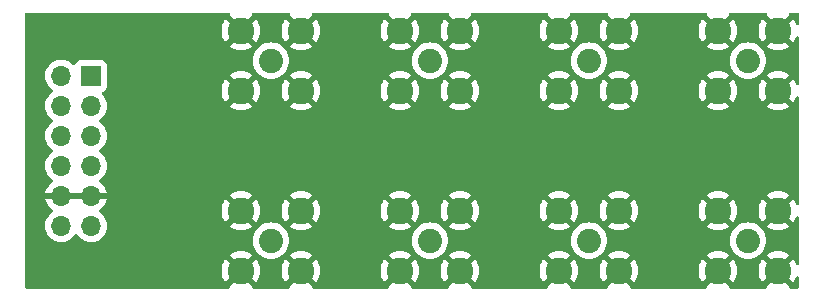
<source format=gbl>
G04 #@! TF.GenerationSoftware,KiCad,Pcbnew,(6.0.6)*
G04 #@! TF.CreationDate,2022-07-31T00:45:43+09:00*
G04 #@! TF.ProjectId,mt_pmodsma,6d745f70-6d6f-4647-936d-612e6b696361,rev?*
G04 #@! TF.SameCoordinates,Original*
G04 #@! TF.FileFunction,Copper,L2,Bot*
G04 #@! TF.FilePolarity,Positive*
%FSLAX46Y46*%
G04 Gerber Fmt 4.6, Leading zero omitted, Abs format (unit mm)*
G04 Created by KiCad (PCBNEW (6.0.6)) date 2022-07-31 00:45:43*
%MOMM*%
%LPD*%
G01*
G04 APERTURE LIST*
G04 #@! TA.AperFunction,ComponentPad*
%ADD10C,2.050000*%
G04 #@! TD*
G04 #@! TA.AperFunction,ComponentPad*
%ADD11C,2.250000*%
G04 #@! TD*
G04 #@! TA.AperFunction,ComponentPad*
%ADD12R,1.700000X1.700000*%
G04 #@! TD*
G04 #@! TA.AperFunction,ComponentPad*
%ADD13O,1.700000X1.700000*%
G04 #@! TD*
G04 #@! TA.AperFunction,ViaPad*
%ADD14C,0.889000*%
G04 #@! TD*
G04 APERTURE END LIST*
D10*
X138176000Y-119380000D03*
D11*
X135636000Y-116840000D03*
X135636000Y-121920000D03*
X140716000Y-116840000D03*
X140716000Y-121920000D03*
D12*
X82570000Y-105435000D03*
D13*
X80030000Y-105435000D03*
X82570000Y-107975000D03*
X80030000Y-107975000D03*
X82570000Y-110515000D03*
X80030000Y-110515000D03*
X82570000Y-113055000D03*
X80030000Y-113055000D03*
X82570000Y-115595000D03*
X80030000Y-115595000D03*
X82570000Y-118135000D03*
X80030000Y-118135000D03*
D10*
X97790000Y-119380000D03*
D11*
X100330000Y-116840000D03*
X95250000Y-121920000D03*
X95250000Y-116840000D03*
X100330000Y-121920000D03*
D10*
X111252000Y-119380000D03*
D11*
X108712000Y-121920000D03*
X113792000Y-121920000D03*
X108712000Y-116840000D03*
X113792000Y-116840000D03*
D10*
X111252000Y-104140000D03*
D11*
X113792000Y-106680000D03*
X113792000Y-101600000D03*
X108712000Y-106680000D03*
X108712000Y-101600000D03*
D10*
X138176000Y-104140000D03*
D11*
X135636000Y-101600000D03*
X135636000Y-106680000D03*
X140716000Y-101600000D03*
X140716000Y-106680000D03*
D10*
X124714000Y-119380000D03*
D11*
X122174000Y-116840000D03*
X127254000Y-121920000D03*
X127254000Y-116840000D03*
X122174000Y-121920000D03*
D10*
X97790000Y-104140000D03*
D11*
X100330000Y-101600000D03*
X95250000Y-101600000D03*
X100330000Y-106680000D03*
X95250000Y-106680000D03*
D10*
X124714000Y-104140000D03*
D11*
X122174000Y-106680000D03*
X127254000Y-101600000D03*
X122174000Y-101600000D03*
X127254000Y-106680000D03*
D14*
X89662000Y-110236000D03*
X89662000Y-112776000D03*
X89662000Y-107696000D03*
G04 #@! TA.AperFunction,Conductor*
G36*
X94257682Y-100096002D02*
G01*
X94304175Y-100149658D01*
X94314279Y-100219932D01*
X94295072Y-100270873D01*
X94290811Y-100277401D01*
X94296817Y-100287607D01*
X95237188Y-101227978D01*
X95251132Y-101235592D01*
X95252965Y-101235461D01*
X95259580Y-101231210D01*
X96201724Y-100289066D01*
X96209116Y-100275529D01*
X96208206Y-100274228D01*
X96185546Y-100206944D01*
X96202860Y-100138091D01*
X96254649Y-100089529D01*
X96311449Y-100076000D01*
X99269561Y-100076000D01*
X99337682Y-100096002D01*
X99384175Y-100149658D01*
X99394279Y-100219932D01*
X99375072Y-100270873D01*
X99370811Y-100277401D01*
X99376817Y-100287607D01*
X100317188Y-101227978D01*
X100331132Y-101235592D01*
X100332965Y-101235461D01*
X100339580Y-101231210D01*
X101281724Y-100289066D01*
X101289116Y-100275529D01*
X101288206Y-100274228D01*
X101265546Y-100206944D01*
X101282860Y-100138091D01*
X101334649Y-100089529D01*
X101391449Y-100076000D01*
X107651561Y-100076000D01*
X107719682Y-100096002D01*
X107766175Y-100149658D01*
X107776279Y-100219932D01*
X107757072Y-100270873D01*
X107752811Y-100277401D01*
X107758817Y-100287607D01*
X108699188Y-101227978D01*
X108713132Y-101235592D01*
X108714965Y-101235461D01*
X108721580Y-101231210D01*
X109663724Y-100289066D01*
X109671116Y-100275529D01*
X109670206Y-100274228D01*
X109647546Y-100206944D01*
X109664860Y-100138091D01*
X109716649Y-100089529D01*
X109773449Y-100076000D01*
X112731561Y-100076000D01*
X112799682Y-100096002D01*
X112846175Y-100149658D01*
X112856279Y-100219932D01*
X112837072Y-100270873D01*
X112832811Y-100277401D01*
X112838817Y-100287607D01*
X113779188Y-101227978D01*
X113793132Y-101235592D01*
X113794965Y-101235461D01*
X113801580Y-101231210D01*
X114743724Y-100289066D01*
X114751116Y-100275529D01*
X114750206Y-100274228D01*
X114727546Y-100206944D01*
X114744860Y-100138091D01*
X114796649Y-100089529D01*
X114853449Y-100076000D01*
X121113561Y-100076000D01*
X121181682Y-100096002D01*
X121228175Y-100149658D01*
X121238279Y-100219932D01*
X121219072Y-100270873D01*
X121214811Y-100277401D01*
X121220817Y-100287607D01*
X122161188Y-101227978D01*
X122175132Y-101235592D01*
X122176965Y-101235461D01*
X122183580Y-101231210D01*
X123125724Y-100289066D01*
X123133116Y-100275529D01*
X123132206Y-100274228D01*
X123109546Y-100206944D01*
X123126860Y-100138091D01*
X123178649Y-100089529D01*
X123235449Y-100076000D01*
X126193561Y-100076000D01*
X126261682Y-100096002D01*
X126308175Y-100149658D01*
X126318279Y-100219932D01*
X126299072Y-100270873D01*
X126294811Y-100277401D01*
X126300817Y-100287607D01*
X127241188Y-101227978D01*
X127255132Y-101235592D01*
X127256965Y-101235461D01*
X127263580Y-101231210D01*
X128205724Y-100289066D01*
X128213116Y-100275529D01*
X128212206Y-100274228D01*
X128189546Y-100206944D01*
X128206860Y-100138091D01*
X128258649Y-100089529D01*
X128315449Y-100076000D01*
X134575561Y-100076000D01*
X134643682Y-100096002D01*
X134690175Y-100149658D01*
X134700279Y-100219932D01*
X134681072Y-100270873D01*
X134676811Y-100277401D01*
X134682817Y-100287607D01*
X135623188Y-101227978D01*
X135637132Y-101235592D01*
X135638965Y-101235461D01*
X135645580Y-101231210D01*
X136587724Y-100289066D01*
X136595116Y-100275529D01*
X136594206Y-100274228D01*
X136571546Y-100206944D01*
X136588860Y-100138091D01*
X136640649Y-100089529D01*
X136697449Y-100076000D01*
X139655561Y-100076000D01*
X139723682Y-100096002D01*
X139770175Y-100149658D01*
X139780279Y-100219932D01*
X139761072Y-100270873D01*
X139756811Y-100277401D01*
X139762817Y-100287607D01*
X140703188Y-101227978D01*
X140717132Y-101235592D01*
X140718965Y-101235461D01*
X140725580Y-101231210D01*
X141667724Y-100289066D01*
X141675116Y-100275529D01*
X141674206Y-100274228D01*
X141651546Y-100206944D01*
X141668860Y-100138091D01*
X141720649Y-100089529D01*
X141777449Y-100076000D01*
X142368000Y-100076000D01*
X142436121Y-100096002D01*
X142482614Y-100149658D01*
X142494000Y-100202000D01*
X142494000Y-100991791D01*
X142473998Y-101059912D01*
X142420342Y-101106405D01*
X142350068Y-101116509D01*
X142285488Y-101087015D01*
X142251591Y-101040009D01*
X142177408Y-100860915D01*
X142172927Y-100852121D01*
X142046660Y-100646072D01*
X142038599Y-100640810D01*
X142028393Y-100646817D01*
X141088022Y-101587188D01*
X141080408Y-101601132D01*
X141080539Y-101602965D01*
X141084790Y-101609580D01*
X142026934Y-102551724D01*
X142040471Y-102559116D01*
X142045740Y-102555430D01*
X142172927Y-102347879D01*
X142177408Y-102339085D01*
X142251591Y-102159991D01*
X142296139Y-102104710D01*
X142363503Y-102082289D01*
X142432294Y-102099847D01*
X142480672Y-102151809D01*
X142494000Y-102208209D01*
X142494000Y-106071791D01*
X142473998Y-106139912D01*
X142420342Y-106186405D01*
X142350068Y-106196509D01*
X142285488Y-106167015D01*
X142251591Y-106120009D01*
X142177408Y-105940915D01*
X142172927Y-105932121D01*
X142046660Y-105726072D01*
X142038599Y-105720810D01*
X142028393Y-105726817D01*
X141088022Y-106667188D01*
X141080408Y-106681132D01*
X141080539Y-106682965D01*
X141084790Y-106689580D01*
X142026934Y-107631724D01*
X142040471Y-107639116D01*
X142045740Y-107635430D01*
X142172927Y-107427879D01*
X142177408Y-107419085D01*
X142251591Y-107239991D01*
X142296139Y-107184710D01*
X142363503Y-107162289D01*
X142432294Y-107179847D01*
X142480672Y-107231809D01*
X142494000Y-107288209D01*
X142494000Y-116231791D01*
X142473998Y-116299912D01*
X142420342Y-116346405D01*
X142350068Y-116356509D01*
X142285488Y-116327015D01*
X142251591Y-116280009D01*
X142177408Y-116100915D01*
X142172927Y-116092121D01*
X142046660Y-115886072D01*
X142038599Y-115880810D01*
X142028393Y-115886817D01*
X141088022Y-116827188D01*
X141080408Y-116841132D01*
X141080539Y-116842965D01*
X141084790Y-116849580D01*
X142026934Y-117791724D01*
X142040471Y-117799116D01*
X142045740Y-117795430D01*
X142172927Y-117587879D01*
X142177408Y-117579085D01*
X142251591Y-117399991D01*
X142296139Y-117344710D01*
X142363503Y-117322289D01*
X142432294Y-117339847D01*
X142480672Y-117391809D01*
X142494000Y-117448209D01*
X142494000Y-121311791D01*
X142473998Y-121379912D01*
X142420342Y-121426405D01*
X142350068Y-121436509D01*
X142285488Y-121407015D01*
X142251591Y-121360009D01*
X142177408Y-121180915D01*
X142172927Y-121172121D01*
X142046660Y-120966072D01*
X142038599Y-120960810D01*
X142028393Y-120966817D01*
X141088022Y-121907188D01*
X141080408Y-121921132D01*
X141080539Y-121922965D01*
X141084790Y-121929580D01*
X142026934Y-122871724D01*
X142040471Y-122879116D01*
X142045740Y-122875430D01*
X142172927Y-122667879D01*
X142177408Y-122659085D01*
X142251591Y-122479991D01*
X142296139Y-122424710D01*
X142363503Y-122402289D01*
X142432294Y-122419847D01*
X142480672Y-122471809D01*
X142494000Y-122528209D01*
X142494000Y-123318000D01*
X142473998Y-123386121D01*
X142420342Y-123432614D01*
X142368000Y-123444000D01*
X141776439Y-123444000D01*
X141708318Y-123423998D01*
X141661825Y-123370342D01*
X141651721Y-123300068D01*
X141670928Y-123249127D01*
X141675189Y-123242599D01*
X141669183Y-123232393D01*
X140728812Y-122292022D01*
X140714868Y-122284408D01*
X140713035Y-122284539D01*
X140706420Y-122288790D01*
X139764276Y-123230934D01*
X139756884Y-123244471D01*
X139757794Y-123245772D01*
X139780454Y-123313056D01*
X139763140Y-123381909D01*
X139711351Y-123430471D01*
X139654551Y-123444000D01*
X136696439Y-123444000D01*
X136628318Y-123423998D01*
X136581825Y-123370342D01*
X136571721Y-123300068D01*
X136590928Y-123249127D01*
X136595189Y-123242599D01*
X136589183Y-123232393D01*
X135648812Y-122292022D01*
X135634868Y-122284408D01*
X135633035Y-122284539D01*
X135626420Y-122288790D01*
X134684276Y-123230934D01*
X134676884Y-123244471D01*
X134677794Y-123245772D01*
X134700454Y-123313056D01*
X134683140Y-123381909D01*
X134631351Y-123430471D01*
X134574551Y-123444000D01*
X128314439Y-123444000D01*
X128246318Y-123423998D01*
X128199825Y-123370342D01*
X128189721Y-123300068D01*
X128208928Y-123249127D01*
X128213189Y-123242599D01*
X128207183Y-123232393D01*
X127266812Y-122292022D01*
X127252868Y-122284408D01*
X127251035Y-122284539D01*
X127244420Y-122288790D01*
X126302276Y-123230934D01*
X126294884Y-123244471D01*
X126295794Y-123245772D01*
X126318454Y-123313056D01*
X126301140Y-123381909D01*
X126249351Y-123430471D01*
X126192551Y-123444000D01*
X123234439Y-123444000D01*
X123166318Y-123423998D01*
X123119825Y-123370342D01*
X123109721Y-123300068D01*
X123128928Y-123249127D01*
X123133189Y-123242599D01*
X123127183Y-123232393D01*
X122186812Y-122292022D01*
X122172868Y-122284408D01*
X122171035Y-122284539D01*
X122164420Y-122288790D01*
X121222276Y-123230934D01*
X121214884Y-123244471D01*
X121215794Y-123245772D01*
X121238454Y-123313056D01*
X121221140Y-123381909D01*
X121169351Y-123430471D01*
X121112551Y-123444000D01*
X114852439Y-123444000D01*
X114784318Y-123423998D01*
X114737825Y-123370342D01*
X114727721Y-123300068D01*
X114746928Y-123249127D01*
X114751189Y-123242599D01*
X114745183Y-123232393D01*
X113804812Y-122292022D01*
X113790868Y-122284408D01*
X113789035Y-122284539D01*
X113782420Y-122288790D01*
X112840276Y-123230934D01*
X112832884Y-123244471D01*
X112833794Y-123245772D01*
X112856454Y-123313056D01*
X112839140Y-123381909D01*
X112787351Y-123430471D01*
X112730551Y-123444000D01*
X109772439Y-123444000D01*
X109704318Y-123423998D01*
X109657825Y-123370342D01*
X109647721Y-123300068D01*
X109666928Y-123249127D01*
X109671189Y-123242599D01*
X109665183Y-123232393D01*
X108724812Y-122292022D01*
X108710868Y-122284408D01*
X108709035Y-122284539D01*
X108702420Y-122288790D01*
X107760276Y-123230934D01*
X107752884Y-123244471D01*
X107753794Y-123245772D01*
X107776454Y-123313056D01*
X107759140Y-123381909D01*
X107707351Y-123430471D01*
X107650551Y-123444000D01*
X101390439Y-123444000D01*
X101322318Y-123423998D01*
X101275825Y-123370342D01*
X101265721Y-123300068D01*
X101284928Y-123249127D01*
X101289189Y-123242599D01*
X101283183Y-123232393D01*
X100342812Y-122292022D01*
X100328868Y-122284408D01*
X100327035Y-122284539D01*
X100320420Y-122288790D01*
X99378276Y-123230934D01*
X99370884Y-123244471D01*
X99371794Y-123245772D01*
X99394454Y-123313056D01*
X99377140Y-123381909D01*
X99325351Y-123430471D01*
X99268551Y-123444000D01*
X96310439Y-123444000D01*
X96242318Y-123423998D01*
X96195825Y-123370342D01*
X96185721Y-123300068D01*
X96204928Y-123249127D01*
X96209189Y-123242599D01*
X96203183Y-123232393D01*
X95262812Y-122292022D01*
X95248868Y-122284408D01*
X95247035Y-122284539D01*
X95240420Y-122288790D01*
X94298276Y-123230934D01*
X94290884Y-123244471D01*
X94291794Y-123245772D01*
X94314454Y-123313056D01*
X94297140Y-123381909D01*
X94245351Y-123430471D01*
X94188551Y-123444000D01*
X77088000Y-123444000D01*
X77019879Y-123423998D01*
X76973386Y-123370342D01*
X76962000Y-123318000D01*
X76962000Y-121924930D01*
X93612338Y-121924930D01*
X93631729Y-122171313D01*
X93633272Y-122181060D01*
X93690967Y-122421373D01*
X93694016Y-122430758D01*
X93788592Y-122659085D01*
X93793073Y-122667879D01*
X93919340Y-122873928D01*
X93927401Y-122879190D01*
X93937607Y-122873183D01*
X94877978Y-121932812D01*
X94884356Y-121921132D01*
X95614408Y-121921132D01*
X95614539Y-121922965D01*
X95618790Y-121929580D01*
X96560934Y-122871724D01*
X96574471Y-122879116D01*
X96579740Y-122875430D01*
X96706927Y-122667879D01*
X96711408Y-122659085D01*
X96805984Y-122430758D01*
X96809033Y-122421373D01*
X96866728Y-122181060D01*
X96868271Y-122171313D01*
X96887662Y-121924930D01*
X98692338Y-121924930D01*
X98711729Y-122171313D01*
X98713272Y-122181060D01*
X98770967Y-122421373D01*
X98774016Y-122430758D01*
X98868592Y-122659085D01*
X98873073Y-122667879D01*
X98999340Y-122873928D01*
X99007401Y-122879190D01*
X99017607Y-122873183D01*
X99957978Y-121932812D01*
X99964356Y-121921132D01*
X100694408Y-121921132D01*
X100694539Y-121922965D01*
X100698790Y-121929580D01*
X101640934Y-122871724D01*
X101654471Y-122879116D01*
X101659740Y-122875430D01*
X101786927Y-122667879D01*
X101791408Y-122659085D01*
X101885984Y-122430758D01*
X101889033Y-122421373D01*
X101946728Y-122181060D01*
X101948271Y-122171313D01*
X101967662Y-121924930D01*
X107074338Y-121924930D01*
X107093729Y-122171313D01*
X107095272Y-122181060D01*
X107152967Y-122421373D01*
X107156016Y-122430758D01*
X107250592Y-122659085D01*
X107255073Y-122667879D01*
X107381340Y-122873928D01*
X107389401Y-122879190D01*
X107399607Y-122873183D01*
X108339978Y-121932812D01*
X108346356Y-121921132D01*
X109076408Y-121921132D01*
X109076539Y-121922965D01*
X109080790Y-121929580D01*
X110022934Y-122871724D01*
X110036471Y-122879116D01*
X110041740Y-122875430D01*
X110168927Y-122667879D01*
X110173408Y-122659085D01*
X110267984Y-122430758D01*
X110271033Y-122421373D01*
X110328728Y-122181060D01*
X110330271Y-122171313D01*
X110349662Y-121924930D01*
X112154338Y-121924930D01*
X112173729Y-122171313D01*
X112175272Y-122181060D01*
X112232967Y-122421373D01*
X112236016Y-122430758D01*
X112330592Y-122659085D01*
X112335073Y-122667879D01*
X112461340Y-122873928D01*
X112469401Y-122879190D01*
X112479607Y-122873183D01*
X113419978Y-121932812D01*
X113426356Y-121921132D01*
X114156408Y-121921132D01*
X114156539Y-121922965D01*
X114160790Y-121929580D01*
X115102934Y-122871724D01*
X115116471Y-122879116D01*
X115121740Y-122875430D01*
X115248927Y-122667879D01*
X115253408Y-122659085D01*
X115347984Y-122430758D01*
X115351033Y-122421373D01*
X115408728Y-122181060D01*
X115410271Y-122171313D01*
X115429662Y-121924930D01*
X120536338Y-121924930D01*
X120555729Y-122171313D01*
X120557272Y-122181060D01*
X120614967Y-122421373D01*
X120618016Y-122430758D01*
X120712592Y-122659085D01*
X120717073Y-122667879D01*
X120843340Y-122873928D01*
X120851401Y-122879190D01*
X120861607Y-122873183D01*
X121801978Y-121932812D01*
X121808356Y-121921132D01*
X122538408Y-121921132D01*
X122538539Y-121922965D01*
X122542790Y-121929580D01*
X123484934Y-122871724D01*
X123498471Y-122879116D01*
X123503740Y-122875430D01*
X123630927Y-122667879D01*
X123635408Y-122659085D01*
X123729984Y-122430758D01*
X123733033Y-122421373D01*
X123790728Y-122181060D01*
X123792271Y-122171313D01*
X123811662Y-121924930D01*
X125616338Y-121924930D01*
X125635729Y-122171313D01*
X125637272Y-122181060D01*
X125694967Y-122421373D01*
X125698016Y-122430758D01*
X125792592Y-122659085D01*
X125797073Y-122667879D01*
X125923340Y-122873928D01*
X125931401Y-122879190D01*
X125941607Y-122873183D01*
X126881978Y-121932812D01*
X126888356Y-121921132D01*
X127618408Y-121921132D01*
X127618539Y-121922965D01*
X127622790Y-121929580D01*
X128564934Y-122871724D01*
X128578471Y-122879116D01*
X128583740Y-122875430D01*
X128710927Y-122667879D01*
X128715408Y-122659085D01*
X128809984Y-122430758D01*
X128813033Y-122421373D01*
X128870728Y-122181060D01*
X128872271Y-122171313D01*
X128891662Y-121924930D01*
X133998338Y-121924930D01*
X134017729Y-122171313D01*
X134019272Y-122181060D01*
X134076967Y-122421373D01*
X134080016Y-122430758D01*
X134174592Y-122659085D01*
X134179073Y-122667879D01*
X134305340Y-122873928D01*
X134313401Y-122879190D01*
X134323607Y-122873183D01*
X135263978Y-121932812D01*
X135270356Y-121921132D01*
X136000408Y-121921132D01*
X136000539Y-121922965D01*
X136004790Y-121929580D01*
X136946934Y-122871724D01*
X136960471Y-122879116D01*
X136965740Y-122875430D01*
X137092927Y-122667879D01*
X137097408Y-122659085D01*
X137191984Y-122430758D01*
X137195033Y-122421373D01*
X137252728Y-122181060D01*
X137254271Y-122171313D01*
X137273662Y-121924930D01*
X139078338Y-121924930D01*
X139097729Y-122171313D01*
X139099272Y-122181060D01*
X139156967Y-122421373D01*
X139160016Y-122430758D01*
X139254592Y-122659085D01*
X139259073Y-122667879D01*
X139385340Y-122873928D01*
X139393401Y-122879190D01*
X139403607Y-122873183D01*
X140343978Y-121932812D01*
X140351592Y-121918868D01*
X140351461Y-121917035D01*
X140347210Y-121910420D01*
X139405066Y-120968276D01*
X139391529Y-120960884D01*
X139386260Y-120964570D01*
X139259073Y-121172121D01*
X139254592Y-121180915D01*
X139160016Y-121409242D01*
X139156967Y-121418627D01*
X139099272Y-121658940D01*
X139097729Y-121668687D01*
X139078338Y-121915070D01*
X139078338Y-121924930D01*
X137273662Y-121924930D01*
X137273662Y-121915070D01*
X137254271Y-121668687D01*
X137252728Y-121658940D01*
X137195033Y-121418627D01*
X137191984Y-121409242D01*
X137097408Y-121180915D01*
X137092927Y-121172121D01*
X136966660Y-120966072D01*
X136958599Y-120960810D01*
X136948393Y-120966817D01*
X136008022Y-121907188D01*
X136000408Y-121921132D01*
X135270356Y-121921132D01*
X135271592Y-121918868D01*
X135271461Y-121917035D01*
X135267210Y-121910420D01*
X134325066Y-120968276D01*
X134311529Y-120960884D01*
X134306260Y-120964570D01*
X134179073Y-121172121D01*
X134174592Y-121180915D01*
X134080016Y-121409242D01*
X134076967Y-121418627D01*
X134019272Y-121658940D01*
X134017729Y-121668687D01*
X133998338Y-121915070D01*
X133998338Y-121924930D01*
X128891662Y-121924930D01*
X128891662Y-121915070D01*
X128872271Y-121668687D01*
X128870728Y-121658940D01*
X128813033Y-121418627D01*
X128809984Y-121409242D01*
X128715408Y-121180915D01*
X128710927Y-121172121D01*
X128584660Y-120966072D01*
X128576599Y-120960810D01*
X128566393Y-120966817D01*
X127626022Y-121907188D01*
X127618408Y-121921132D01*
X126888356Y-121921132D01*
X126889592Y-121918868D01*
X126889461Y-121917035D01*
X126885210Y-121910420D01*
X125943066Y-120968276D01*
X125929529Y-120960884D01*
X125924260Y-120964570D01*
X125797073Y-121172121D01*
X125792592Y-121180915D01*
X125698016Y-121409242D01*
X125694967Y-121418627D01*
X125637272Y-121658940D01*
X125635729Y-121668687D01*
X125616338Y-121915070D01*
X125616338Y-121924930D01*
X123811662Y-121924930D01*
X123811662Y-121915070D01*
X123792271Y-121668687D01*
X123790728Y-121658940D01*
X123733033Y-121418627D01*
X123729984Y-121409242D01*
X123635408Y-121180915D01*
X123630927Y-121172121D01*
X123504660Y-120966072D01*
X123496599Y-120960810D01*
X123486393Y-120966817D01*
X122546022Y-121907188D01*
X122538408Y-121921132D01*
X121808356Y-121921132D01*
X121809592Y-121918868D01*
X121809461Y-121917035D01*
X121805210Y-121910420D01*
X120863066Y-120968276D01*
X120849529Y-120960884D01*
X120844260Y-120964570D01*
X120717073Y-121172121D01*
X120712592Y-121180915D01*
X120618016Y-121409242D01*
X120614967Y-121418627D01*
X120557272Y-121658940D01*
X120555729Y-121668687D01*
X120536338Y-121915070D01*
X120536338Y-121924930D01*
X115429662Y-121924930D01*
X115429662Y-121915070D01*
X115410271Y-121668687D01*
X115408728Y-121658940D01*
X115351033Y-121418627D01*
X115347984Y-121409242D01*
X115253408Y-121180915D01*
X115248927Y-121172121D01*
X115122660Y-120966072D01*
X115114599Y-120960810D01*
X115104393Y-120966817D01*
X114164022Y-121907188D01*
X114156408Y-121921132D01*
X113426356Y-121921132D01*
X113427592Y-121918868D01*
X113427461Y-121917035D01*
X113423210Y-121910420D01*
X112481066Y-120968276D01*
X112467529Y-120960884D01*
X112462260Y-120964570D01*
X112335073Y-121172121D01*
X112330592Y-121180915D01*
X112236016Y-121409242D01*
X112232967Y-121418627D01*
X112175272Y-121658940D01*
X112173729Y-121668687D01*
X112154338Y-121915070D01*
X112154338Y-121924930D01*
X110349662Y-121924930D01*
X110349662Y-121915070D01*
X110330271Y-121668687D01*
X110328728Y-121658940D01*
X110271033Y-121418627D01*
X110267984Y-121409242D01*
X110173408Y-121180915D01*
X110168927Y-121172121D01*
X110042660Y-120966072D01*
X110034599Y-120960810D01*
X110024393Y-120966817D01*
X109084022Y-121907188D01*
X109076408Y-121921132D01*
X108346356Y-121921132D01*
X108347592Y-121918868D01*
X108347461Y-121917035D01*
X108343210Y-121910420D01*
X107401066Y-120968276D01*
X107387529Y-120960884D01*
X107382260Y-120964570D01*
X107255073Y-121172121D01*
X107250592Y-121180915D01*
X107156016Y-121409242D01*
X107152967Y-121418627D01*
X107095272Y-121658940D01*
X107093729Y-121668687D01*
X107074338Y-121915070D01*
X107074338Y-121924930D01*
X101967662Y-121924930D01*
X101967662Y-121915070D01*
X101948271Y-121668687D01*
X101946728Y-121658940D01*
X101889033Y-121418627D01*
X101885984Y-121409242D01*
X101791408Y-121180915D01*
X101786927Y-121172121D01*
X101660660Y-120966072D01*
X101652599Y-120960810D01*
X101642393Y-120966817D01*
X100702022Y-121907188D01*
X100694408Y-121921132D01*
X99964356Y-121921132D01*
X99965592Y-121918868D01*
X99965461Y-121917035D01*
X99961210Y-121910420D01*
X99019066Y-120968276D01*
X99005529Y-120960884D01*
X99000260Y-120964570D01*
X98873073Y-121172121D01*
X98868592Y-121180915D01*
X98774016Y-121409242D01*
X98770967Y-121418627D01*
X98713272Y-121658940D01*
X98711729Y-121668687D01*
X98692338Y-121915070D01*
X98692338Y-121924930D01*
X96887662Y-121924930D01*
X96887662Y-121915070D01*
X96868271Y-121668687D01*
X96866728Y-121658940D01*
X96809033Y-121418627D01*
X96805984Y-121409242D01*
X96711408Y-121180915D01*
X96706927Y-121172121D01*
X96580660Y-120966072D01*
X96572599Y-120960810D01*
X96562393Y-120966817D01*
X95622022Y-121907188D01*
X95614408Y-121921132D01*
X94884356Y-121921132D01*
X94885592Y-121918868D01*
X94885461Y-121917035D01*
X94881210Y-121910420D01*
X93939066Y-120968276D01*
X93925529Y-120960884D01*
X93920260Y-120964570D01*
X93793073Y-121172121D01*
X93788592Y-121180915D01*
X93694016Y-121409242D01*
X93690967Y-121418627D01*
X93633272Y-121658940D01*
X93631729Y-121668687D01*
X93612338Y-121915070D01*
X93612338Y-121924930D01*
X76962000Y-121924930D01*
X76962000Y-120597401D01*
X94290810Y-120597401D01*
X94296817Y-120607607D01*
X95237188Y-121547978D01*
X95251132Y-121555592D01*
X95252965Y-121555461D01*
X95259580Y-121551210D01*
X96201724Y-120609066D01*
X96209116Y-120595529D01*
X96205430Y-120590260D01*
X95997879Y-120463073D01*
X95989085Y-120458592D01*
X95760758Y-120364016D01*
X95751373Y-120360967D01*
X95511060Y-120303272D01*
X95501313Y-120301729D01*
X95254930Y-120282338D01*
X95245070Y-120282338D01*
X94998687Y-120301729D01*
X94988940Y-120303272D01*
X94748627Y-120360967D01*
X94739242Y-120364016D01*
X94510915Y-120458592D01*
X94502121Y-120463073D01*
X94296072Y-120589340D01*
X94290810Y-120597401D01*
X76962000Y-120597401D01*
X76962000Y-118101695D01*
X78667251Y-118101695D01*
X78667548Y-118106848D01*
X78667548Y-118106851D01*
X78678508Y-118296927D01*
X78680110Y-118324715D01*
X78681247Y-118329761D01*
X78681248Y-118329767D01*
X78701119Y-118417939D01*
X78729222Y-118542639D01*
X78813266Y-118749616D01*
X78864019Y-118832438D01*
X78927291Y-118935688D01*
X78929987Y-118940088D01*
X79076250Y-119108938D01*
X79248126Y-119251632D01*
X79441000Y-119364338D01*
X79445825Y-119366180D01*
X79445826Y-119366181D01*
X79494925Y-119384930D01*
X79649692Y-119444030D01*
X79654760Y-119445061D01*
X79654763Y-119445062D01*
X79762017Y-119466883D01*
X79868597Y-119488567D01*
X79873772Y-119488757D01*
X79873774Y-119488757D01*
X80086673Y-119496564D01*
X80086677Y-119496564D01*
X80091837Y-119496753D01*
X80096957Y-119496097D01*
X80096959Y-119496097D01*
X80308288Y-119469025D01*
X80308289Y-119469025D01*
X80313416Y-119468368D01*
X80318366Y-119466883D01*
X80522429Y-119405661D01*
X80522434Y-119405659D01*
X80527384Y-119404174D01*
X80727994Y-119305896D01*
X80909860Y-119176173D01*
X81068096Y-119018489D01*
X81127594Y-118935689D01*
X81198453Y-118837077D01*
X81199776Y-118838028D01*
X81246645Y-118794857D01*
X81316580Y-118782625D01*
X81382026Y-118810144D01*
X81409875Y-118841994D01*
X81469987Y-118940088D01*
X81616250Y-119108938D01*
X81788126Y-119251632D01*
X81981000Y-119364338D01*
X81985825Y-119366180D01*
X81985826Y-119366181D01*
X82034925Y-119384930D01*
X82189692Y-119444030D01*
X82194760Y-119445061D01*
X82194763Y-119445062D01*
X82302017Y-119466883D01*
X82408597Y-119488567D01*
X82413772Y-119488757D01*
X82413774Y-119488757D01*
X82626673Y-119496564D01*
X82626677Y-119496564D01*
X82631837Y-119496753D01*
X82636957Y-119496097D01*
X82636959Y-119496097D01*
X82848288Y-119469025D01*
X82848289Y-119469025D01*
X82853416Y-119468368D01*
X82858366Y-119466883D01*
X83062429Y-119405661D01*
X83062434Y-119405659D01*
X83067384Y-119404174D01*
X83116729Y-119380000D01*
X96251758Y-119380000D01*
X96270696Y-119620634D01*
X96271850Y-119625441D01*
X96271851Y-119625447D01*
X96307267Y-119772961D01*
X96327045Y-119855343D01*
X96419416Y-120078347D01*
X96545536Y-120284156D01*
X96702299Y-120467701D01*
X96885844Y-120624464D01*
X97091653Y-120750584D01*
X97096223Y-120752477D01*
X97096227Y-120752479D01*
X97310084Y-120841061D01*
X97314657Y-120842955D01*
X97397039Y-120862733D01*
X97544553Y-120898149D01*
X97544559Y-120898150D01*
X97549366Y-120899304D01*
X97790000Y-120918242D01*
X98030634Y-120899304D01*
X98035441Y-120898150D01*
X98035447Y-120898149D01*
X98182961Y-120862733D01*
X98265343Y-120842955D01*
X98269916Y-120841061D01*
X98483773Y-120752479D01*
X98483777Y-120752477D01*
X98488347Y-120750584D01*
X98694156Y-120624464D01*
X98725843Y-120597401D01*
X99370810Y-120597401D01*
X99376817Y-120607607D01*
X100317188Y-121547978D01*
X100331132Y-121555592D01*
X100332965Y-121555461D01*
X100339580Y-121551210D01*
X101281724Y-120609066D01*
X101288094Y-120597401D01*
X107752810Y-120597401D01*
X107758817Y-120607607D01*
X108699188Y-121547978D01*
X108713132Y-121555592D01*
X108714965Y-121555461D01*
X108721580Y-121551210D01*
X109663724Y-120609066D01*
X109671116Y-120595529D01*
X109667430Y-120590260D01*
X109459879Y-120463073D01*
X109451085Y-120458592D01*
X109222758Y-120364016D01*
X109213373Y-120360967D01*
X108973060Y-120303272D01*
X108963313Y-120301729D01*
X108716930Y-120282338D01*
X108707070Y-120282338D01*
X108460687Y-120301729D01*
X108450940Y-120303272D01*
X108210627Y-120360967D01*
X108201242Y-120364016D01*
X107972915Y-120458592D01*
X107964121Y-120463073D01*
X107758072Y-120589340D01*
X107752810Y-120597401D01*
X101288094Y-120597401D01*
X101289116Y-120595529D01*
X101285430Y-120590260D01*
X101077879Y-120463073D01*
X101069085Y-120458592D01*
X100840758Y-120364016D01*
X100831373Y-120360967D01*
X100591060Y-120303272D01*
X100581313Y-120301729D01*
X100334930Y-120282338D01*
X100325070Y-120282338D01*
X100078687Y-120301729D01*
X100068940Y-120303272D01*
X99828627Y-120360967D01*
X99819242Y-120364016D01*
X99590915Y-120458592D01*
X99582121Y-120463073D01*
X99376072Y-120589340D01*
X99370810Y-120597401D01*
X98725843Y-120597401D01*
X98877701Y-120467701D01*
X99034464Y-120284156D01*
X99160584Y-120078347D01*
X99252955Y-119855343D01*
X99272733Y-119772961D01*
X99308149Y-119625447D01*
X99308150Y-119625441D01*
X99309304Y-119620634D01*
X99328242Y-119380000D01*
X109713758Y-119380000D01*
X109732696Y-119620634D01*
X109733850Y-119625441D01*
X109733851Y-119625447D01*
X109769267Y-119772961D01*
X109789045Y-119855343D01*
X109881416Y-120078347D01*
X110007536Y-120284156D01*
X110164299Y-120467701D01*
X110347844Y-120624464D01*
X110553653Y-120750584D01*
X110558223Y-120752477D01*
X110558227Y-120752479D01*
X110772084Y-120841061D01*
X110776657Y-120842955D01*
X110859039Y-120862733D01*
X111006553Y-120898149D01*
X111006559Y-120898150D01*
X111011366Y-120899304D01*
X111252000Y-120918242D01*
X111492634Y-120899304D01*
X111497441Y-120898150D01*
X111497447Y-120898149D01*
X111644961Y-120862733D01*
X111727343Y-120842955D01*
X111731916Y-120841061D01*
X111945773Y-120752479D01*
X111945777Y-120752477D01*
X111950347Y-120750584D01*
X112156156Y-120624464D01*
X112187843Y-120597401D01*
X112832810Y-120597401D01*
X112838817Y-120607607D01*
X113779188Y-121547978D01*
X113793132Y-121555592D01*
X113794965Y-121555461D01*
X113801580Y-121551210D01*
X114743724Y-120609066D01*
X114750094Y-120597401D01*
X121214810Y-120597401D01*
X121220817Y-120607607D01*
X122161188Y-121547978D01*
X122175132Y-121555592D01*
X122176965Y-121555461D01*
X122183580Y-121551210D01*
X123125724Y-120609066D01*
X123133116Y-120595529D01*
X123129430Y-120590260D01*
X122921879Y-120463073D01*
X122913085Y-120458592D01*
X122684758Y-120364016D01*
X122675373Y-120360967D01*
X122435060Y-120303272D01*
X122425313Y-120301729D01*
X122178930Y-120282338D01*
X122169070Y-120282338D01*
X121922687Y-120301729D01*
X121912940Y-120303272D01*
X121672627Y-120360967D01*
X121663242Y-120364016D01*
X121434915Y-120458592D01*
X121426121Y-120463073D01*
X121220072Y-120589340D01*
X121214810Y-120597401D01*
X114750094Y-120597401D01*
X114751116Y-120595529D01*
X114747430Y-120590260D01*
X114539879Y-120463073D01*
X114531085Y-120458592D01*
X114302758Y-120364016D01*
X114293373Y-120360967D01*
X114053060Y-120303272D01*
X114043313Y-120301729D01*
X113796930Y-120282338D01*
X113787070Y-120282338D01*
X113540687Y-120301729D01*
X113530940Y-120303272D01*
X113290627Y-120360967D01*
X113281242Y-120364016D01*
X113052915Y-120458592D01*
X113044121Y-120463073D01*
X112838072Y-120589340D01*
X112832810Y-120597401D01*
X112187843Y-120597401D01*
X112339701Y-120467701D01*
X112496464Y-120284156D01*
X112622584Y-120078347D01*
X112714955Y-119855343D01*
X112734733Y-119772961D01*
X112770149Y-119625447D01*
X112770150Y-119625441D01*
X112771304Y-119620634D01*
X112790242Y-119380000D01*
X123175758Y-119380000D01*
X123194696Y-119620634D01*
X123195850Y-119625441D01*
X123195851Y-119625447D01*
X123231267Y-119772961D01*
X123251045Y-119855343D01*
X123343416Y-120078347D01*
X123469536Y-120284156D01*
X123626299Y-120467701D01*
X123809844Y-120624464D01*
X124015653Y-120750584D01*
X124020223Y-120752477D01*
X124020227Y-120752479D01*
X124234084Y-120841061D01*
X124238657Y-120842955D01*
X124321039Y-120862733D01*
X124468553Y-120898149D01*
X124468559Y-120898150D01*
X124473366Y-120899304D01*
X124714000Y-120918242D01*
X124954634Y-120899304D01*
X124959441Y-120898150D01*
X124959447Y-120898149D01*
X125106961Y-120862733D01*
X125189343Y-120842955D01*
X125193916Y-120841061D01*
X125407773Y-120752479D01*
X125407777Y-120752477D01*
X125412347Y-120750584D01*
X125618156Y-120624464D01*
X125649843Y-120597401D01*
X126294810Y-120597401D01*
X126300817Y-120607607D01*
X127241188Y-121547978D01*
X127255132Y-121555592D01*
X127256965Y-121555461D01*
X127263580Y-121551210D01*
X128205724Y-120609066D01*
X128212094Y-120597401D01*
X134676810Y-120597401D01*
X134682817Y-120607607D01*
X135623188Y-121547978D01*
X135637132Y-121555592D01*
X135638965Y-121555461D01*
X135645580Y-121551210D01*
X136587724Y-120609066D01*
X136595116Y-120595529D01*
X136591430Y-120590260D01*
X136383879Y-120463073D01*
X136375085Y-120458592D01*
X136146758Y-120364016D01*
X136137373Y-120360967D01*
X135897060Y-120303272D01*
X135887313Y-120301729D01*
X135640930Y-120282338D01*
X135631070Y-120282338D01*
X135384687Y-120301729D01*
X135374940Y-120303272D01*
X135134627Y-120360967D01*
X135125242Y-120364016D01*
X134896915Y-120458592D01*
X134888121Y-120463073D01*
X134682072Y-120589340D01*
X134676810Y-120597401D01*
X128212094Y-120597401D01*
X128213116Y-120595529D01*
X128209430Y-120590260D01*
X128001879Y-120463073D01*
X127993085Y-120458592D01*
X127764758Y-120364016D01*
X127755373Y-120360967D01*
X127515060Y-120303272D01*
X127505313Y-120301729D01*
X127258930Y-120282338D01*
X127249070Y-120282338D01*
X127002687Y-120301729D01*
X126992940Y-120303272D01*
X126752627Y-120360967D01*
X126743242Y-120364016D01*
X126514915Y-120458592D01*
X126506121Y-120463073D01*
X126300072Y-120589340D01*
X126294810Y-120597401D01*
X125649843Y-120597401D01*
X125801701Y-120467701D01*
X125958464Y-120284156D01*
X126084584Y-120078347D01*
X126176955Y-119855343D01*
X126196733Y-119772961D01*
X126232149Y-119625447D01*
X126232150Y-119625441D01*
X126233304Y-119620634D01*
X126252242Y-119380000D01*
X136637758Y-119380000D01*
X136656696Y-119620634D01*
X136657850Y-119625441D01*
X136657851Y-119625447D01*
X136693267Y-119772961D01*
X136713045Y-119855343D01*
X136805416Y-120078347D01*
X136931536Y-120284156D01*
X137088299Y-120467701D01*
X137271844Y-120624464D01*
X137477653Y-120750584D01*
X137482223Y-120752477D01*
X137482227Y-120752479D01*
X137696084Y-120841061D01*
X137700657Y-120842955D01*
X137783039Y-120862733D01*
X137930553Y-120898149D01*
X137930559Y-120898150D01*
X137935366Y-120899304D01*
X138176000Y-120918242D01*
X138416634Y-120899304D01*
X138421441Y-120898150D01*
X138421447Y-120898149D01*
X138568961Y-120862733D01*
X138651343Y-120842955D01*
X138655916Y-120841061D01*
X138869773Y-120752479D01*
X138869777Y-120752477D01*
X138874347Y-120750584D01*
X139080156Y-120624464D01*
X139111843Y-120597401D01*
X139756810Y-120597401D01*
X139762817Y-120607607D01*
X140703188Y-121547978D01*
X140717132Y-121555592D01*
X140718965Y-121555461D01*
X140725580Y-121551210D01*
X141667724Y-120609066D01*
X141675116Y-120595529D01*
X141671430Y-120590260D01*
X141463879Y-120463073D01*
X141455085Y-120458592D01*
X141226758Y-120364016D01*
X141217373Y-120360967D01*
X140977060Y-120303272D01*
X140967313Y-120301729D01*
X140720930Y-120282338D01*
X140711070Y-120282338D01*
X140464687Y-120301729D01*
X140454940Y-120303272D01*
X140214627Y-120360967D01*
X140205242Y-120364016D01*
X139976915Y-120458592D01*
X139968121Y-120463073D01*
X139762072Y-120589340D01*
X139756810Y-120597401D01*
X139111843Y-120597401D01*
X139263701Y-120467701D01*
X139420464Y-120284156D01*
X139546584Y-120078347D01*
X139638955Y-119855343D01*
X139658733Y-119772961D01*
X139694149Y-119625447D01*
X139694150Y-119625441D01*
X139695304Y-119620634D01*
X139714242Y-119380000D01*
X139695304Y-119139366D01*
X139694150Y-119134559D01*
X139694149Y-119134553D01*
X139640110Y-118909469D01*
X139638955Y-118904657D01*
X139612702Y-118841277D01*
X139548479Y-118686227D01*
X139548477Y-118686223D01*
X139546584Y-118681653D01*
X139420464Y-118475844D01*
X139263701Y-118292299D01*
X139114034Y-118164471D01*
X139756884Y-118164471D01*
X139760570Y-118169740D01*
X139968121Y-118296927D01*
X139976915Y-118301408D01*
X140205242Y-118395984D01*
X140214627Y-118399033D01*
X140454940Y-118456728D01*
X140464687Y-118458271D01*
X140711070Y-118477662D01*
X140720930Y-118477662D01*
X140967313Y-118458271D01*
X140977060Y-118456728D01*
X141217373Y-118399033D01*
X141226758Y-118395984D01*
X141455085Y-118301408D01*
X141463879Y-118296927D01*
X141669928Y-118170660D01*
X141675190Y-118162599D01*
X141669183Y-118152393D01*
X140728812Y-117212022D01*
X140714868Y-117204408D01*
X140713035Y-117204539D01*
X140706420Y-117208790D01*
X139764276Y-118150934D01*
X139756884Y-118164471D01*
X139114034Y-118164471D01*
X139080156Y-118135536D01*
X138874347Y-118009416D01*
X138869777Y-118007523D01*
X138869773Y-118007521D01*
X138655916Y-117918939D01*
X138655914Y-117918938D01*
X138651343Y-117917045D01*
X138568961Y-117897267D01*
X138421447Y-117861851D01*
X138421441Y-117861850D01*
X138416634Y-117860696D01*
X138176000Y-117841758D01*
X137935366Y-117860696D01*
X137930559Y-117861850D01*
X137930553Y-117861851D01*
X137783039Y-117897267D01*
X137700657Y-117917045D01*
X137696086Y-117918938D01*
X137696084Y-117918939D01*
X137482227Y-118007521D01*
X137482223Y-118007523D01*
X137477653Y-118009416D01*
X137271844Y-118135536D01*
X137088299Y-118292299D01*
X136931536Y-118475844D01*
X136805416Y-118681653D01*
X136803523Y-118686223D01*
X136803521Y-118686227D01*
X136739298Y-118841277D01*
X136713045Y-118904657D01*
X136711890Y-118909469D01*
X136657851Y-119134553D01*
X136657850Y-119134559D01*
X136656696Y-119139366D01*
X136637758Y-119380000D01*
X126252242Y-119380000D01*
X126233304Y-119139366D01*
X126232150Y-119134559D01*
X126232149Y-119134553D01*
X126178110Y-118909469D01*
X126176955Y-118904657D01*
X126150702Y-118841277D01*
X126086479Y-118686227D01*
X126086477Y-118686223D01*
X126084584Y-118681653D01*
X125958464Y-118475844D01*
X125801701Y-118292299D01*
X125652034Y-118164471D01*
X126294884Y-118164471D01*
X126298570Y-118169740D01*
X126506121Y-118296927D01*
X126514915Y-118301408D01*
X126743242Y-118395984D01*
X126752627Y-118399033D01*
X126992940Y-118456728D01*
X127002687Y-118458271D01*
X127249070Y-118477662D01*
X127258930Y-118477662D01*
X127505313Y-118458271D01*
X127515060Y-118456728D01*
X127755373Y-118399033D01*
X127764758Y-118395984D01*
X127993085Y-118301408D01*
X128001879Y-118296927D01*
X128207928Y-118170660D01*
X128211968Y-118164471D01*
X134676884Y-118164471D01*
X134680570Y-118169740D01*
X134888121Y-118296927D01*
X134896915Y-118301408D01*
X135125242Y-118395984D01*
X135134627Y-118399033D01*
X135374940Y-118456728D01*
X135384687Y-118458271D01*
X135631070Y-118477662D01*
X135640930Y-118477662D01*
X135887313Y-118458271D01*
X135897060Y-118456728D01*
X136137373Y-118399033D01*
X136146758Y-118395984D01*
X136375085Y-118301408D01*
X136383879Y-118296927D01*
X136589928Y-118170660D01*
X136595190Y-118162599D01*
X136589183Y-118152393D01*
X135648812Y-117212022D01*
X135634868Y-117204408D01*
X135633035Y-117204539D01*
X135626420Y-117208790D01*
X134684276Y-118150934D01*
X134676884Y-118164471D01*
X128211968Y-118164471D01*
X128213190Y-118162599D01*
X128207183Y-118152393D01*
X127266812Y-117212022D01*
X127252868Y-117204408D01*
X127251035Y-117204539D01*
X127244420Y-117208790D01*
X126302276Y-118150934D01*
X126294884Y-118164471D01*
X125652034Y-118164471D01*
X125618156Y-118135536D01*
X125412347Y-118009416D01*
X125407777Y-118007523D01*
X125407773Y-118007521D01*
X125193916Y-117918939D01*
X125193914Y-117918938D01*
X125189343Y-117917045D01*
X125106961Y-117897267D01*
X124959447Y-117861851D01*
X124959441Y-117861850D01*
X124954634Y-117860696D01*
X124714000Y-117841758D01*
X124473366Y-117860696D01*
X124468559Y-117861850D01*
X124468553Y-117861851D01*
X124321039Y-117897267D01*
X124238657Y-117917045D01*
X124234086Y-117918938D01*
X124234084Y-117918939D01*
X124020227Y-118007521D01*
X124020223Y-118007523D01*
X124015653Y-118009416D01*
X123809844Y-118135536D01*
X123626299Y-118292299D01*
X123469536Y-118475844D01*
X123343416Y-118681653D01*
X123341523Y-118686223D01*
X123341521Y-118686227D01*
X123277298Y-118841277D01*
X123251045Y-118904657D01*
X123249890Y-118909469D01*
X123195851Y-119134553D01*
X123195850Y-119134559D01*
X123194696Y-119139366D01*
X123175758Y-119380000D01*
X112790242Y-119380000D01*
X112771304Y-119139366D01*
X112770150Y-119134559D01*
X112770149Y-119134553D01*
X112716110Y-118909469D01*
X112714955Y-118904657D01*
X112688702Y-118841277D01*
X112624479Y-118686227D01*
X112624477Y-118686223D01*
X112622584Y-118681653D01*
X112496464Y-118475844D01*
X112339701Y-118292299D01*
X112190034Y-118164471D01*
X112832884Y-118164471D01*
X112836570Y-118169740D01*
X113044121Y-118296927D01*
X113052915Y-118301408D01*
X113281242Y-118395984D01*
X113290627Y-118399033D01*
X113530940Y-118456728D01*
X113540687Y-118458271D01*
X113787070Y-118477662D01*
X113796930Y-118477662D01*
X114043313Y-118458271D01*
X114053060Y-118456728D01*
X114293373Y-118399033D01*
X114302758Y-118395984D01*
X114531085Y-118301408D01*
X114539879Y-118296927D01*
X114745928Y-118170660D01*
X114749968Y-118164471D01*
X121214884Y-118164471D01*
X121218570Y-118169740D01*
X121426121Y-118296927D01*
X121434915Y-118301408D01*
X121663242Y-118395984D01*
X121672627Y-118399033D01*
X121912940Y-118456728D01*
X121922687Y-118458271D01*
X122169070Y-118477662D01*
X122178930Y-118477662D01*
X122425313Y-118458271D01*
X122435060Y-118456728D01*
X122675373Y-118399033D01*
X122684758Y-118395984D01*
X122913085Y-118301408D01*
X122921879Y-118296927D01*
X123127928Y-118170660D01*
X123133190Y-118162599D01*
X123127183Y-118152393D01*
X122186812Y-117212022D01*
X122172868Y-117204408D01*
X122171035Y-117204539D01*
X122164420Y-117208790D01*
X121222276Y-118150934D01*
X121214884Y-118164471D01*
X114749968Y-118164471D01*
X114751190Y-118162599D01*
X114745183Y-118152393D01*
X113804812Y-117212022D01*
X113790868Y-117204408D01*
X113789035Y-117204539D01*
X113782420Y-117208790D01*
X112840276Y-118150934D01*
X112832884Y-118164471D01*
X112190034Y-118164471D01*
X112156156Y-118135536D01*
X111950347Y-118009416D01*
X111945777Y-118007523D01*
X111945773Y-118007521D01*
X111731916Y-117918939D01*
X111731914Y-117918938D01*
X111727343Y-117917045D01*
X111644961Y-117897267D01*
X111497447Y-117861851D01*
X111497441Y-117861850D01*
X111492634Y-117860696D01*
X111252000Y-117841758D01*
X111011366Y-117860696D01*
X111006559Y-117861850D01*
X111006553Y-117861851D01*
X110859039Y-117897267D01*
X110776657Y-117917045D01*
X110772086Y-117918938D01*
X110772084Y-117918939D01*
X110558227Y-118007521D01*
X110558223Y-118007523D01*
X110553653Y-118009416D01*
X110347844Y-118135536D01*
X110164299Y-118292299D01*
X110007536Y-118475844D01*
X109881416Y-118681653D01*
X109879523Y-118686223D01*
X109879521Y-118686227D01*
X109815298Y-118841277D01*
X109789045Y-118904657D01*
X109787890Y-118909469D01*
X109733851Y-119134553D01*
X109733850Y-119134559D01*
X109732696Y-119139366D01*
X109713758Y-119380000D01*
X99328242Y-119380000D01*
X99309304Y-119139366D01*
X99308150Y-119134559D01*
X99308149Y-119134553D01*
X99254110Y-118909469D01*
X99252955Y-118904657D01*
X99226702Y-118841277D01*
X99162479Y-118686227D01*
X99162477Y-118686223D01*
X99160584Y-118681653D01*
X99034464Y-118475844D01*
X98877701Y-118292299D01*
X98728034Y-118164471D01*
X99370884Y-118164471D01*
X99374570Y-118169740D01*
X99582121Y-118296927D01*
X99590915Y-118301408D01*
X99819242Y-118395984D01*
X99828627Y-118399033D01*
X100068940Y-118456728D01*
X100078687Y-118458271D01*
X100325070Y-118477662D01*
X100334930Y-118477662D01*
X100581313Y-118458271D01*
X100591060Y-118456728D01*
X100831373Y-118399033D01*
X100840758Y-118395984D01*
X101069085Y-118301408D01*
X101077879Y-118296927D01*
X101283928Y-118170660D01*
X101287968Y-118164471D01*
X107752884Y-118164471D01*
X107756570Y-118169740D01*
X107964121Y-118296927D01*
X107972915Y-118301408D01*
X108201242Y-118395984D01*
X108210627Y-118399033D01*
X108450940Y-118456728D01*
X108460687Y-118458271D01*
X108707070Y-118477662D01*
X108716930Y-118477662D01*
X108963313Y-118458271D01*
X108973060Y-118456728D01*
X109213373Y-118399033D01*
X109222758Y-118395984D01*
X109451085Y-118301408D01*
X109459879Y-118296927D01*
X109665928Y-118170660D01*
X109671190Y-118162599D01*
X109665183Y-118152393D01*
X108724812Y-117212022D01*
X108710868Y-117204408D01*
X108709035Y-117204539D01*
X108702420Y-117208790D01*
X107760276Y-118150934D01*
X107752884Y-118164471D01*
X101287968Y-118164471D01*
X101289190Y-118162599D01*
X101283183Y-118152393D01*
X100342812Y-117212022D01*
X100328868Y-117204408D01*
X100327035Y-117204539D01*
X100320420Y-117208790D01*
X99378276Y-118150934D01*
X99370884Y-118164471D01*
X98728034Y-118164471D01*
X98694156Y-118135536D01*
X98488347Y-118009416D01*
X98483777Y-118007523D01*
X98483773Y-118007521D01*
X98269916Y-117918939D01*
X98269914Y-117918938D01*
X98265343Y-117917045D01*
X98182961Y-117897267D01*
X98035447Y-117861851D01*
X98035441Y-117861850D01*
X98030634Y-117860696D01*
X97790000Y-117841758D01*
X97549366Y-117860696D01*
X97544559Y-117861850D01*
X97544553Y-117861851D01*
X97397039Y-117897267D01*
X97314657Y-117917045D01*
X97310086Y-117918938D01*
X97310084Y-117918939D01*
X97096227Y-118007521D01*
X97096223Y-118007523D01*
X97091653Y-118009416D01*
X96885844Y-118135536D01*
X96702299Y-118292299D01*
X96545536Y-118475844D01*
X96419416Y-118681653D01*
X96417523Y-118686223D01*
X96417521Y-118686227D01*
X96353298Y-118841277D01*
X96327045Y-118904657D01*
X96325890Y-118909469D01*
X96271851Y-119134553D01*
X96271850Y-119134559D01*
X96270696Y-119139366D01*
X96251758Y-119380000D01*
X83116729Y-119380000D01*
X83267994Y-119305896D01*
X83449860Y-119176173D01*
X83608096Y-119018489D01*
X83667594Y-118935689D01*
X83735435Y-118841277D01*
X83738453Y-118837077D01*
X83759320Y-118794857D01*
X83835136Y-118641453D01*
X83835137Y-118641451D01*
X83837430Y-118636811D01*
X83902370Y-118423069D01*
X83931529Y-118201590D01*
X83932436Y-118164471D01*
X94290884Y-118164471D01*
X94294570Y-118169740D01*
X94502121Y-118296927D01*
X94510915Y-118301408D01*
X94739242Y-118395984D01*
X94748627Y-118399033D01*
X94988940Y-118456728D01*
X94998687Y-118458271D01*
X95245070Y-118477662D01*
X95254930Y-118477662D01*
X95501313Y-118458271D01*
X95511060Y-118456728D01*
X95751373Y-118399033D01*
X95760758Y-118395984D01*
X95989085Y-118301408D01*
X95997879Y-118296927D01*
X96203928Y-118170660D01*
X96209190Y-118162599D01*
X96203183Y-118152393D01*
X95262812Y-117212022D01*
X95248868Y-117204408D01*
X95247035Y-117204539D01*
X95240420Y-117208790D01*
X94298276Y-118150934D01*
X94290884Y-118164471D01*
X83932436Y-118164471D01*
X83932767Y-118150934D01*
X83933074Y-118138365D01*
X83933074Y-118138361D01*
X83933156Y-118135000D01*
X83914852Y-117912361D01*
X83860431Y-117695702D01*
X83771354Y-117490840D01*
X83676818Y-117344710D01*
X83652822Y-117307617D01*
X83652820Y-117307614D01*
X83650014Y-117303277D01*
X83499670Y-117138051D01*
X83495619Y-117134852D01*
X83495615Y-117134848D01*
X83328414Y-117002800D01*
X83328410Y-117002798D01*
X83324359Y-116999598D01*
X83282569Y-116976529D01*
X83232598Y-116926097D01*
X83217826Y-116856654D01*
X83222260Y-116844930D01*
X93612338Y-116844930D01*
X93631729Y-117091313D01*
X93633272Y-117101060D01*
X93690967Y-117341373D01*
X93694016Y-117350758D01*
X93788592Y-117579085D01*
X93793073Y-117587879D01*
X93919340Y-117793928D01*
X93927401Y-117799190D01*
X93937607Y-117793183D01*
X94877978Y-116852812D01*
X94884356Y-116841132D01*
X95614408Y-116841132D01*
X95614539Y-116842965D01*
X95618790Y-116849580D01*
X96560934Y-117791724D01*
X96574471Y-117799116D01*
X96579740Y-117795430D01*
X96706927Y-117587879D01*
X96711408Y-117579085D01*
X96805984Y-117350758D01*
X96809033Y-117341373D01*
X96866728Y-117101060D01*
X96868271Y-117091313D01*
X96887662Y-116844930D01*
X98692338Y-116844930D01*
X98711729Y-117091313D01*
X98713272Y-117101060D01*
X98770967Y-117341373D01*
X98774016Y-117350758D01*
X98868592Y-117579085D01*
X98873073Y-117587879D01*
X98999340Y-117793928D01*
X99007401Y-117799190D01*
X99017607Y-117793183D01*
X99957978Y-116852812D01*
X99964356Y-116841132D01*
X100694408Y-116841132D01*
X100694539Y-116842965D01*
X100698790Y-116849580D01*
X101640934Y-117791724D01*
X101654471Y-117799116D01*
X101659740Y-117795430D01*
X101786927Y-117587879D01*
X101791408Y-117579085D01*
X101885984Y-117350758D01*
X101889033Y-117341373D01*
X101946728Y-117101060D01*
X101948271Y-117091313D01*
X101967662Y-116844930D01*
X107074338Y-116844930D01*
X107093729Y-117091313D01*
X107095272Y-117101060D01*
X107152967Y-117341373D01*
X107156016Y-117350758D01*
X107250592Y-117579085D01*
X107255073Y-117587879D01*
X107381340Y-117793928D01*
X107389401Y-117799190D01*
X107399607Y-117793183D01*
X108339978Y-116852812D01*
X108346356Y-116841132D01*
X109076408Y-116841132D01*
X109076539Y-116842965D01*
X109080790Y-116849580D01*
X110022934Y-117791724D01*
X110036471Y-117799116D01*
X110041740Y-117795430D01*
X110168927Y-117587879D01*
X110173408Y-117579085D01*
X110267984Y-117350758D01*
X110271033Y-117341373D01*
X110328728Y-117101060D01*
X110330271Y-117091313D01*
X110349662Y-116844930D01*
X112154338Y-116844930D01*
X112173729Y-117091313D01*
X112175272Y-117101060D01*
X112232967Y-117341373D01*
X112236016Y-117350758D01*
X112330592Y-117579085D01*
X112335073Y-117587879D01*
X112461340Y-117793928D01*
X112469401Y-117799190D01*
X112479607Y-117793183D01*
X113419978Y-116852812D01*
X113426356Y-116841132D01*
X114156408Y-116841132D01*
X114156539Y-116842965D01*
X114160790Y-116849580D01*
X115102934Y-117791724D01*
X115116471Y-117799116D01*
X115121740Y-117795430D01*
X115248927Y-117587879D01*
X115253408Y-117579085D01*
X115347984Y-117350758D01*
X115351033Y-117341373D01*
X115408728Y-117101060D01*
X115410271Y-117091313D01*
X115429662Y-116844930D01*
X120536338Y-116844930D01*
X120555729Y-117091313D01*
X120557272Y-117101060D01*
X120614967Y-117341373D01*
X120618016Y-117350758D01*
X120712592Y-117579085D01*
X120717073Y-117587879D01*
X120843340Y-117793928D01*
X120851401Y-117799190D01*
X120861607Y-117793183D01*
X121801978Y-116852812D01*
X121808356Y-116841132D01*
X122538408Y-116841132D01*
X122538539Y-116842965D01*
X122542790Y-116849580D01*
X123484934Y-117791724D01*
X123498471Y-117799116D01*
X123503740Y-117795430D01*
X123630927Y-117587879D01*
X123635408Y-117579085D01*
X123729984Y-117350758D01*
X123733033Y-117341373D01*
X123790728Y-117101060D01*
X123792271Y-117091313D01*
X123811662Y-116844930D01*
X125616338Y-116844930D01*
X125635729Y-117091313D01*
X125637272Y-117101060D01*
X125694967Y-117341373D01*
X125698016Y-117350758D01*
X125792592Y-117579085D01*
X125797073Y-117587879D01*
X125923340Y-117793928D01*
X125931401Y-117799190D01*
X125941607Y-117793183D01*
X126881978Y-116852812D01*
X126888356Y-116841132D01*
X127618408Y-116841132D01*
X127618539Y-116842965D01*
X127622790Y-116849580D01*
X128564934Y-117791724D01*
X128578471Y-117799116D01*
X128583740Y-117795430D01*
X128710927Y-117587879D01*
X128715408Y-117579085D01*
X128809984Y-117350758D01*
X128813033Y-117341373D01*
X128870728Y-117101060D01*
X128872271Y-117091313D01*
X128891662Y-116844930D01*
X133998338Y-116844930D01*
X134017729Y-117091313D01*
X134019272Y-117101060D01*
X134076967Y-117341373D01*
X134080016Y-117350758D01*
X134174592Y-117579085D01*
X134179073Y-117587879D01*
X134305340Y-117793928D01*
X134313401Y-117799190D01*
X134323607Y-117793183D01*
X135263978Y-116852812D01*
X135270356Y-116841132D01*
X136000408Y-116841132D01*
X136000539Y-116842965D01*
X136004790Y-116849580D01*
X136946934Y-117791724D01*
X136960471Y-117799116D01*
X136965740Y-117795430D01*
X137092927Y-117587879D01*
X137097408Y-117579085D01*
X137191984Y-117350758D01*
X137195033Y-117341373D01*
X137252728Y-117101060D01*
X137254271Y-117091313D01*
X137273662Y-116844930D01*
X139078338Y-116844930D01*
X139097729Y-117091313D01*
X139099272Y-117101060D01*
X139156967Y-117341373D01*
X139160016Y-117350758D01*
X139254592Y-117579085D01*
X139259073Y-117587879D01*
X139385340Y-117793928D01*
X139393401Y-117799190D01*
X139403607Y-117793183D01*
X140343978Y-116852812D01*
X140351592Y-116838868D01*
X140351461Y-116837035D01*
X140347210Y-116830420D01*
X139405066Y-115888276D01*
X139391529Y-115880884D01*
X139386260Y-115884570D01*
X139259073Y-116092121D01*
X139254592Y-116100915D01*
X139160016Y-116329242D01*
X139156967Y-116338627D01*
X139099272Y-116578940D01*
X139097729Y-116588687D01*
X139078338Y-116835070D01*
X139078338Y-116844930D01*
X137273662Y-116844930D01*
X137273662Y-116835070D01*
X137254271Y-116588687D01*
X137252728Y-116578940D01*
X137195033Y-116338627D01*
X137191984Y-116329242D01*
X137097408Y-116100915D01*
X137092927Y-116092121D01*
X136966660Y-115886072D01*
X136958599Y-115880810D01*
X136948393Y-115886817D01*
X136008022Y-116827188D01*
X136000408Y-116841132D01*
X135270356Y-116841132D01*
X135271592Y-116838868D01*
X135271461Y-116837035D01*
X135267210Y-116830420D01*
X134325066Y-115888276D01*
X134311529Y-115880884D01*
X134306260Y-115884570D01*
X134179073Y-116092121D01*
X134174592Y-116100915D01*
X134080016Y-116329242D01*
X134076967Y-116338627D01*
X134019272Y-116578940D01*
X134017729Y-116588687D01*
X133998338Y-116835070D01*
X133998338Y-116844930D01*
X128891662Y-116844930D01*
X128891662Y-116835070D01*
X128872271Y-116588687D01*
X128870728Y-116578940D01*
X128813033Y-116338627D01*
X128809984Y-116329242D01*
X128715408Y-116100915D01*
X128710927Y-116092121D01*
X128584660Y-115886072D01*
X128576599Y-115880810D01*
X128566393Y-115886817D01*
X127626022Y-116827188D01*
X127618408Y-116841132D01*
X126888356Y-116841132D01*
X126889592Y-116838868D01*
X126889461Y-116837035D01*
X126885210Y-116830420D01*
X125943066Y-115888276D01*
X125929529Y-115880884D01*
X125924260Y-115884570D01*
X125797073Y-116092121D01*
X125792592Y-116100915D01*
X125698016Y-116329242D01*
X125694967Y-116338627D01*
X125637272Y-116578940D01*
X125635729Y-116588687D01*
X125616338Y-116835070D01*
X125616338Y-116844930D01*
X123811662Y-116844930D01*
X123811662Y-116835070D01*
X123792271Y-116588687D01*
X123790728Y-116578940D01*
X123733033Y-116338627D01*
X123729984Y-116329242D01*
X123635408Y-116100915D01*
X123630927Y-116092121D01*
X123504660Y-115886072D01*
X123496599Y-115880810D01*
X123486393Y-115886817D01*
X122546022Y-116827188D01*
X122538408Y-116841132D01*
X121808356Y-116841132D01*
X121809592Y-116838868D01*
X121809461Y-116837035D01*
X121805210Y-116830420D01*
X120863066Y-115888276D01*
X120849529Y-115880884D01*
X120844260Y-115884570D01*
X120717073Y-116092121D01*
X120712592Y-116100915D01*
X120618016Y-116329242D01*
X120614967Y-116338627D01*
X120557272Y-116578940D01*
X120555729Y-116588687D01*
X120536338Y-116835070D01*
X120536338Y-116844930D01*
X115429662Y-116844930D01*
X115429662Y-116835070D01*
X115410271Y-116588687D01*
X115408728Y-116578940D01*
X115351033Y-116338627D01*
X115347984Y-116329242D01*
X115253408Y-116100915D01*
X115248927Y-116092121D01*
X115122660Y-115886072D01*
X115114599Y-115880810D01*
X115104393Y-115886817D01*
X114164022Y-116827188D01*
X114156408Y-116841132D01*
X113426356Y-116841132D01*
X113427592Y-116838868D01*
X113427461Y-116837035D01*
X113423210Y-116830420D01*
X112481066Y-115888276D01*
X112467529Y-115880884D01*
X112462260Y-115884570D01*
X112335073Y-116092121D01*
X112330592Y-116100915D01*
X112236016Y-116329242D01*
X112232967Y-116338627D01*
X112175272Y-116578940D01*
X112173729Y-116588687D01*
X112154338Y-116835070D01*
X112154338Y-116844930D01*
X110349662Y-116844930D01*
X110349662Y-116835070D01*
X110330271Y-116588687D01*
X110328728Y-116578940D01*
X110271033Y-116338627D01*
X110267984Y-116329242D01*
X110173408Y-116100915D01*
X110168927Y-116092121D01*
X110042660Y-115886072D01*
X110034599Y-115880810D01*
X110024393Y-115886817D01*
X109084022Y-116827188D01*
X109076408Y-116841132D01*
X108346356Y-116841132D01*
X108347592Y-116838868D01*
X108347461Y-116837035D01*
X108343210Y-116830420D01*
X107401066Y-115888276D01*
X107387529Y-115880884D01*
X107382260Y-115884570D01*
X107255073Y-116092121D01*
X107250592Y-116100915D01*
X107156016Y-116329242D01*
X107152967Y-116338627D01*
X107095272Y-116578940D01*
X107093729Y-116588687D01*
X107074338Y-116835070D01*
X107074338Y-116844930D01*
X101967662Y-116844930D01*
X101967662Y-116835070D01*
X101948271Y-116588687D01*
X101946728Y-116578940D01*
X101889033Y-116338627D01*
X101885984Y-116329242D01*
X101791408Y-116100915D01*
X101786927Y-116092121D01*
X101660660Y-115886072D01*
X101652599Y-115880810D01*
X101642393Y-115886817D01*
X100702022Y-116827188D01*
X100694408Y-116841132D01*
X99964356Y-116841132D01*
X99965592Y-116838868D01*
X99965461Y-116837035D01*
X99961210Y-116830420D01*
X99019066Y-115888276D01*
X99005529Y-115880884D01*
X99000260Y-115884570D01*
X98873073Y-116092121D01*
X98868592Y-116100915D01*
X98774016Y-116329242D01*
X98770967Y-116338627D01*
X98713272Y-116578940D01*
X98711729Y-116588687D01*
X98692338Y-116835070D01*
X98692338Y-116844930D01*
X96887662Y-116844930D01*
X96887662Y-116835070D01*
X96868271Y-116588687D01*
X96866728Y-116578940D01*
X96809033Y-116338627D01*
X96805984Y-116329242D01*
X96711408Y-116100915D01*
X96706927Y-116092121D01*
X96580660Y-115886072D01*
X96572599Y-115880810D01*
X96562393Y-115886817D01*
X95622022Y-116827188D01*
X95614408Y-116841132D01*
X94884356Y-116841132D01*
X94885592Y-116838868D01*
X94885461Y-116837035D01*
X94881210Y-116830420D01*
X93939066Y-115888276D01*
X93925529Y-115880884D01*
X93920260Y-115884570D01*
X93793073Y-116092121D01*
X93788592Y-116100915D01*
X93694016Y-116329242D01*
X93690967Y-116338627D01*
X93633272Y-116578940D01*
X93631729Y-116588687D01*
X93612338Y-116835070D01*
X93612338Y-116844930D01*
X83222260Y-116844930D01*
X83242942Y-116790248D01*
X83270294Y-116763641D01*
X83445328Y-116638792D01*
X83453200Y-116632139D01*
X83604052Y-116481812D01*
X83610730Y-116473965D01*
X83735003Y-116301020D01*
X83740313Y-116292183D01*
X83834670Y-116101267D01*
X83838469Y-116091672D01*
X83900377Y-115887910D01*
X83902555Y-115877837D01*
X83903986Y-115866962D01*
X83901775Y-115852778D01*
X83888617Y-115849000D01*
X78713225Y-115849000D01*
X78699694Y-115852973D01*
X78698257Y-115862966D01*
X78728565Y-115997446D01*
X78731645Y-116007275D01*
X78811770Y-116204603D01*
X78816413Y-116213794D01*
X78927694Y-116395388D01*
X78933777Y-116403699D01*
X79073213Y-116564667D01*
X79080580Y-116571883D01*
X79244434Y-116707916D01*
X79252881Y-116713831D01*
X79321969Y-116754203D01*
X79370693Y-116805842D01*
X79383764Y-116875625D01*
X79357033Y-116941396D01*
X79316584Y-116974752D01*
X79303607Y-116981507D01*
X79299474Y-116984610D01*
X79299471Y-116984612D01*
X79144377Y-117101060D01*
X79124965Y-117115635D01*
X78970629Y-117277138D01*
X78967720Y-117281403D01*
X78967714Y-117281411D01*
X78920409Y-117350758D01*
X78844743Y-117461680D01*
X78750688Y-117664305D01*
X78690989Y-117879570D01*
X78667251Y-118101695D01*
X76962000Y-118101695D01*
X76962000Y-115517401D01*
X94290810Y-115517401D01*
X94296817Y-115527607D01*
X95237188Y-116467978D01*
X95251132Y-116475592D01*
X95252965Y-116475461D01*
X95259580Y-116471210D01*
X96201724Y-115529066D01*
X96208094Y-115517401D01*
X99370810Y-115517401D01*
X99376817Y-115527607D01*
X100317188Y-116467978D01*
X100331132Y-116475592D01*
X100332965Y-116475461D01*
X100339580Y-116471210D01*
X101281724Y-115529066D01*
X101288094Y-115517401D01*
X107752810Y-115517401D01*
X107758817Y-115527607D01*
X108699188Y-116467978D01*
X108713132Y-116475592D01*
X108714965Y-116475461D01*
X108721580Y-116471210D01*
X109663724Y-115529066D01*
X109670094Y-115517401D01*
X112832810Y-115517401D01*
X112838817Y-115527607D01*
X113779188Y-116467978D01*
X113793132Y-116475592D01*
X113794965Y-116475461D01*
X113801580Y-116471210D01*
X114743724Y-115529066D01*
X114750094Y-115517401D01*
X121214810Y-115517401D01*
X121220817Y-115527607D01*
X122161188Y-116467978D01*
X122175132Y-116475592D01*
X122176965Y-116475461D01*
X122183580Y-116471210D01*
X123125724Y-115529066D01*
X123132094Y-115517401D01*
X126294810Y-115517401D01*
X126300817Y-115527607D01*
X127241188Y-116467978D01*
X127255132Y-116475592D01*
X127256965Y-116475461D01*
X127263580Y-116471210D01*
X128205724Y-115529066D01*
X128212094Y-115517401D01*
X134676810Y-115517401D01*
X134682817Y-115527607D01*
X135623188Y-116467978D01*
X135637132Y-116475592D01*
X135638965Y-116475461D01*
X135645580Y-116471210D01*
X136587724Y-115529066D01*
X136594094Y-115517401D01*
X139756810Y-115517401D01*
X139762817Y-115527607D01*
X140703188Y-116467978D01*
X140717132Y-116475592D01*
X140718965Y-116475461D01*
X140725580Y-116471210D01*
X141667724Y-115529066D01*
X141675116Y-115515529D01*
X141671430Y-115510260D01*
X141463879Y-115383073D01*
X141455085Y-115378592D01*
X141226758Y-115284016D01*
X141217373Y-115280967D01*
X140977060Y-115223272D01*
X140967313Y-115221729D01*
X140720930Y-115202338D01*
X140711070Y-115202338D01*
X140464687Y-115221729D01*
X140454940Y-115223272D01*
X140214627Y-115280967D01*
X140205242Y-115284016D01*
X139976915Y-115378592D01*
X139968121Y-115383073D01*
X139762072Y-115509340D01*
X139756810Y-115517401D01*
X136594094Y-115517401D01*
X136595116Y-115515529D01*
X136591430Y-115510260D01*
X136383879Y-115383073D01*
X136375085Y-115378592D01*
X136146758Y-115284016D01*
X136137373Y-115280967D01*
X135897060Y-115223272D01*
X135887313Y-115221729D01*
X135640930Y-115202338D01*
X135631070Y-115202338D01*
X135384687Y-115221729D01*
X135374940Y-115223272D01*
X135134627Y-115280967D01*
X135125242Y-115284016D01*
X134896915Y-115378592D01*
X134888121Y-115383073D01*
X134682072Y-115509340D01*
X134676810Y-115517401D01*
X128212094Y-115517401D01*
X128213116Y-115515529D01*
X128209430Y-115510260D01*
X128001879Y-115383073D01*
X127993085Y-115378592D01*
X127764758Y-115284016D01*
X127755373Y-115280967D01*
X127515060Y-115223272D01*
X127505313Y-115221729D01*
X127258930Y-115202338D01*
X127249070Y-115202338D01*
X127002687Y-115221729D01*
X126992940Y-115223272D01*
X126752627Y-115280967D01*
X126743242Y-115284016D01*
X126514915Y-115378592D01*
X126506121Y-115383073D01*
X126300072Y-115509340D01*
X126294810Y-115517401D01*
X123132094Y-115517401D01*
X123133116Y-115515529D01*
X123129430Y-115510260D01*
X122921879Y-115383073D01*
X122913085Y-115378592D01*
X122684758Y-115284016D01*
X122675373Y-115280967D01*
X122435060Y-115223272D01*
X122425313Y-115221729D01*
X122178930Y-115202338D01*
X122169070Y-115202338D01*
X121922687Y-115221729D01*
X121912940Y-115223272D01*
X121672627Y-115280967D01*
X121663242Y-115284016D01*
X121434915Y-115378592D01*
X121426121Y-115383073D01*
X121220072Y-115509340D01*
X121214810Y-115517401D01*
X114750094Y-115517401D01*
X114751116Y-115515529D01*
X114747430Y-115510260D01*
X114539879Y-115383073D01*
X114531085Y-115378592D01*
X114302758Y-115284016D01*
X114293373Y-115280967D01*
X114053060Y-115223272D01*
X114043313Y-115221729D01*
X113796930Y-115202338D01*
X113787070Y-115202338D01*
X113540687Y-115221729D01*
X113530940Y-115223272D01*
X113290627Y-115280967D01*
X113281242Y-115284016D01*
X113052915Y-115378592D01*
X113044121Y-115383073D01*
X112838072Y-115509340D01*
X112832810Y-115517401D01*
X109670094Y-115517401D01*
X109671116Y-115515529D01*
X109667430Y-115510260D01*
X109459879Y-115383073D01*
X109451085Y-115378592D01*
X109222758Y-115284016D01*
X109213373Y-115280967D01*
X108973060Y-115223272D01*
X108963313Y-115221729D01*
X108716930Y-115202338D01*
X108707070Y-115202338D01*
X108460687Y-115221729D01*
X108450940Y-115223272D01*
X108210627Y-115280967D01*
X108201242Y-115284016D01*
X107972915Y-115378592D01*
X107964121Y-115383073D01*
X107758072Y-115509340D01*
X107752810Y-115517401D01*
X101288094Y-115517401D01*
X101289116Y-115515529D01*
X101285430Y-115510260D01*
X101077879Y-115383073D01*
X101069085Y-115378592D01*
X100840758Y-115284016D01*
X100831373Y-115280967D01*
X100591060Y-115223272D01*
X100581313Y-115221729D01*
X100334930Y-115202338D01*
X100325070Y-115202338D01*
X100078687Y-115221729D01*
X100068940Y-115223272D01*
X99828627Y-115280967D01*
X99819242Y-115284016D01*
X99590915Y-115378592D01*
X99582121Y-115383073D01*
X99376072Y-115509340D01*
X99370810Y-115517401D01*
X96208094Y-115517401D01*
X96209116Y-115515529D01*
X96205430Y-115510260D01*
X95997879Y-115383073D01*
X95989085Y-115378592D01*
X95760758Y-115284016D01*
X95751373Y-115280967D01*
X95511060Y-115223272D01*
X95501313Y-115221729D01*
X95254930Y-115202338D01*
X95245070Y-115202338D01*
X94998687Y-115221729D01*
X94988940Y-115223272D01*
X94748627Y-115280967D01*
X94739242Y-115284016D01*
X94510915Y-115378592D01*
X94502121Y-115383073D01*
X94296072Y-115509340D01*
X94290810Y-115517401D01*
X76962000Y-115517401D01*
X76962000Y-113021695D01*
X78667251Y-113021695D01*
X78667548Y-113026848D01*
X78667548Y-113026851D01*
X78673011Y-113121590D01*
X78680110Y-113244715D01*
X78681247Y-113249761D01*
X78681248Y-113249767D01*
X78701119Y-113337939D01*
X78729222Y-113462639D01*
X78813266Y-113669616D01*
X78864019Y-113752438D01*
X78927291Y-113855688D01*
X78929987Y-113860088D01*
X79076250Y-114028938D01*
X79248126Y-114171632D01*
X79321955Y-114214774D01*
X79370679Y-114266412D01*
X79383750Y-114336195D01*
X79357019Y-114401967D01*
X79316562Y-114435327D01*
X79308457Y-114439546D01*
X79299738Y-114445036D01*
X79129433Y-114572905D01*
X79121726Y-114579748D01*
X78974590Y-114733717D01*
X78968104Y-114741727D01*
X78848098Y-114917649D01*
X78843000Y-114926623D01*
X78753338Y-115119783D01*
X78749775Y-115129470D01*
X78694389Y-115329183D01*
X78695912Y-115337607D01*
X78708292Y-115341000D01*
X83888344Y-115341000D01*
X83901875Y-115337027D01*
X83903180Y-115327947D01*
X83861214Y-115160875D01*
X83857894Y-115151124D01*
X83772972Y-114955814D01*
X83768105Y-114946739D01*
X83652426Y-114767926D01*
X83646136Y-114759757D01*
X83502806Y-114602240D01*
X83495273Y-114595215D01*
X83328139Y-114463222D01*
X83319556Y-114457520D01*
X83282602Y-114437120D01*
X83232631Y-114386687D01*
X83217859Y-114317245D01*
X83242975Y-114250839D01*
X83270327Y-114224232D01*
X83293797Y-114207491D01*
X83449860Y-114096173D01*
X83608096Y-113938489D01*
X83667594Y-113855689D01*
X83735435Y-113761277D01*
X83738453Y-113757077D01*
X83759320Y-113714857D01*
X83835136Y-113561453D01*
X83835137Y-113561451D01*
X83837430Y-113556811D01*
X83902370Y-113343069D01*
X83931529Y-113121590D01*
X83933156Y-113055000D01*
X83914852Y-112832361D01*
X83860431Y-112615702D01*
X83771354Y-112410840D01*
X83650014Y-112223277D01*
X83499670Y-112058051D01*
X83495619Y-112054852D01*
X83495615Y-112054848D01*
X83328414Y-111922800D01*
X83328410Y-111922798D01*
X83324359Y-111919598D01*
X83283053Y-111896796D01*
X83233084Y-111846364D01*
X83218312Y-111776921D01*
X83243428Y-111710516D01*
X83270780Y-111683909D01*
X83314603Y-111652650D01*
X83449860Y-111556173D01*
X83608096Y-111398489D01*
X83667594Y-111315689D01*
X83735435Y-111221277D01*
X83738453Y-111217077D01*
X83759320Y-111174857D01*
X83835136Y-111021453D01*
X83835137Y-111021451D01*
X83837430Y-111016811D01*
X83902370Y-110803069D01*
X83931529Y-110581590D01*
X83933156Y-110515000D01*
X83914852Y-110292361D01*
X83860431Y-110075702D01*
X83771354Y-109870840D01*
X83650014Y-109683277D01*
X83499670Y-109518051D01*
X83495619Y-109514852D01*
X83495615Y-109514848D01*
X83328414Y-109382800D01*
X83328410Y-109382798D01*
X83324359Y-109379598D01*
X83283053Y-109356796D01*
X83233084Y-109306364D01*
X83218312Y-109236921D01*
X83243428Y-109170516D01*
X83270780Y-109143909D01*
X83314603Y-109112650D01*
X83449860Y-109016173D01*
X83608096Y-108858489D01*
X83667594Y-108775689D01*
X83735435Y-108681277D01*
X83738453Y-108677077D01*
X83759320Y-108634857D01*
X83835136Y-108481453D01*
X83835137Y-108481451D01*
X83837430Y-108476811D01*
X83902370Y-108263069D01*
X83931529Y-108041590D01*
X83932436Y-108004471D01*
X94290884Y-108004471D01*
X94294570Y-108009740D01*
X94502121Y-108136927D01*
X94510915Y-108141408D01*
X94739242Y-108235984D01*
X94748627Y-108239033D01*
X94988940Y-108296728D01*
X94998687Y-108298271D01*
X95245070Y-108317662D01*
X95254930Y-108317662D01*
X95501313Y-108298271D01*
X95511060Y-108296728D01*
X95751373Y-108239033D01*
X95760758Y-108235984D01*
X95989085Y-108141408D01*
X95997879Y-108136927D01*
X96203928Y-108010660D01*
X96207968Y-108004471D01*
X99370884Y-108004471D01*
X99374570Y-108009740D01*
X99582121Y-108136927D01*
X99590915Y-108141408D01*
X99819242Y-108235984D01*
X99828627Y-108239033D01*
X100068940Y-108296728D01*
X100078687Y-108298271D01*
X100325070Y-108317662D01*
X100334930Y-108317662D01*
X100581313Y-108298271D01*
X100591060Y-108296728D01*
X100831373Y-108239033D01*
X100840758Y-108235984D01*
X101069085Y-108141408D01*
X101077879Y-108136927D01*
X101283928Y-108010660D01*
X101287968Y-108004471D01*
X107752884Y-108004471D01*
X107756570Y-108009740D01*
X107964121Y-108136927D01*
X107972915Y-108141408D01*
X108201242Y-108235984D01*
X108210627Y-108239033D01*
X108450940Y-108296728D01*
X108460687Y-108298271D01*
X108707070Y-108317662D01*
X108716930Y-108317662D01*
X108963313Y-108298271D01*
X108973060Y-108296728D01*
X109213373Y-108239033D01*
X109222758Y-108235984D01*
X109451085Y-108141408D01*
X109459879Y-108136927D01*
X109665928Y-108010660D01*
X109669968Y-108004471D01*
X112832884Y-108004471D01*
X112836570Y-108009740D01*
X113044121Y-108136927D01*
X113052915Y-108141408D01*
X113281242Y-108235984D01*
X113290627Y-108239033D01*
X113530940Y-108296728D01*
X113540687Y-108298271D01*
X113787070Y-108317662D01*
X113796930Y-108317662D01*
X114043313Y-108298271D01*
X114053060Y-108296728D01*
X114293373Y-108239033D01*
X114302758Y-108235984D01*
X114531085Y-108141408D01*
X114539879Y-108136927D01*
X114745928Y-108010660D01*
X114749968Y-108004471D01*
X121214884Y-108004471D01*
X121218570Y-108009740D01*
X121426121Y-108136927D01*
X121434915Y-108141408D01*
X121663242Y-108235984D01*
X121672627Y-108239033D01*
X121912940Y-108296728D01*
X121922687Y-108298271D01*
X122169070Y-108317662D01*
X122178930Y-108317662D01*
X122425313Y-108298271D01*
X122435060Y-108296728D01*
X122675373Y-108239033D01*
X122684758Y-108235984D01*
X122913085Y-108141408D01*
X122921879Y-108136927D01*
X123127928Y-108010660D01*
X123131968Y-108004471D01*
X126294884Y-108004471D01*
X126298570Y-108009740D01*
X126506121Y-108136927D01*
X126514915Y-108141408D01*
X126743242Y-108235984D01*
X126752627Y-108239033D01*
X126992940Y-108296728D01*
X127002687Y-108298271D01*
X127249070Y-108317662D01*
X127258930Y-108317662D01*
X127505313Y-108298271D01*
X127515060Y-108296728D01*
X127755373Y-108239033D01*
X127764758Y-108235984D01*
X127993085Y-108141408D01*
X128001879Y-108136927D01*
X128207928Y-108010660D01*
X128211968Y-108004471D01*
X134676884Y-108004471D01*
X134680570Y-108009740D01*
X134888121Y-108136927D01*
X134896915Y-108141408D01*
X135125242Y-108235984D01*
X135134627Y-108239033D01*
X135374940Y-108296728D01*
X135384687Y-108298271D01*
X135631070Y-108317662D01*
X135640930Y-108317662D01*
X135887313Y-108298271D01*
X135897060Y-108296728D01*
X136137373Y-108239033D01*
X136146758Y-108235984D01*
X136375085Y-108141408D01*
X136383879Y-108136927D01*
X136589928Y-108010660D01*
X136593968Y-108004471D01*
X139756884Y-108004471D01*
X139760570Y-108009740D01*
X139968121Y-108136927D01*
X139976915Y-108141408D01*
X140205242Y-108235984D01*
X140214627Y-108239033D01*
X140454940Y-108296728D01*
X140464687Y-108298271D01*
X140711070Y-108317662D01*
X140720930Y-108317662D01*
X140967313Y-108298271D01*
X140977060Y-108296728D01*
X141217373Y-108239033D01*
X141226758Y-108235984D01*
X141455085Y-108141408D01*
X141463879Y-108136927D01*
X141669928Y-108010660D01*
X141675190Y-108002599D01*
X141669183Y-107992393D01*
X140728812Y-107052022D01*
X140714868Y-107044408D01*
X140713035Y-107044539D01*
X140706420Y-107048790D01*
X139764276Y-107990934D01*
X139756884Y-108004471D01*
X136593968Y-108004471D01*
X136595190Y-108002599D01*
X136589183Y-107992393D01*
X135648812Y-107052022D01*
X135634868Y-107044408D01*
X135633035Y-107044539D01*
X135626420Y-107048790D01*
X134684276Y-107990934D01*
X134676884Y-108004471D01*
X128211968Y-108004471D01*
X128213190Y-108002599D01*
X128207183Y-107992393D01*
X127266812Y-107052022D01*
X127252868Y-107044408D01*
X127251035Y-107044539D01*
X127244420Y-107048790D01*
X126302276Y-107990934D01*
X126294884Y-108004471D01*
X123131968Y-108004471D01*
X123133190Y-108002599D01*
X123127183Y-107992393D01*
X122186812Y-107052022D01*
X122172868Y-107044408D01*
X122171035Y-107044539D01*
X122164420Y-107048790D01*
X121222276Y-107990934D01*
X121214884Y-108004471D01*
X114749968Y-108004471D01*
X114751190Y-108002599D01*
X114745183Y-107992393D01*
X113804812Y-107052022D01*
X113790868Y-107044408D01*
X113789035Y-107044539D01*
X113782420Y-107048790D01*
X112840276Y-107990934D01*
X112832884Y-108004471D01*
X109669968Y-108004471D01*
X109671190Y-108002599D01*
X109665183Y-107992393D01*
X108724812Y-107052022D01*
X108710868Y-107044408D01*
X108709035Y-107044539D01*
X108702420Y-107048790D01*
X107760276Y-107990934D01*
X107752884Y-108004471D01*
X101287968Y-108004471D01*
X101289190Y-108002599D01*
X101283183Y-107992393D01*
X100342812Y-107052022D01*
X100328868Y-107044408D01*
X100327035Y-107044539D01*
X100320420Y-107048790D01*
X99378276Y-107990934D01*
X99370884Y-108004471D01*
X96207968Y-108004471D01*
X96209190Y-108002599D01*
X96203183Y-107992393D01*
X95262812Y-107052022D01*
X95248868Y-107044408D01*
X95247035Y-107044539D01*
X95240420Y-107048790D01*
X94298276Y-107990934D01*
X94290884Y-108004471D01*
X83932436Y-108004471D01*
X83933156Y-107975000D01*
X83914852Y-107752361D01*
X83860431Y-107535702D01*
X83771354Y-107330840D01*
X83676818Y-107184710D01*
X83652822Y-107147617D01*
X83652820Y-107147614D01*
X83650014Y-107143277D01*
X83646532Y-107139450D01*
X83502798Y-106981488D01*
X83471746Y-106917642D01*
X83480141Y-106847143D01*
X83525317Y-106792375D01*
X83551761Y-106778706D01*
X83658297Y-106738767D01*
X83666705Y-106735615D01*
X83734334Y-106684930D01*
X93612338Y-106684930D01*
X93631729Y-106931313D01*
X93633272Y-106941060D01*
X93690967Y-107181373D01*
X93694016Y-107190758D01*
X93788592Y-107419085D01*
X93793073Y-107427879D01*
X93919340Y-107633928D01*
X93927401Y-107639190D01*
X93937607Y-107633183D01*
X94877978Y-106692812D01*
X94884356Y-106681132D01*
X95614408Y-106681132D01*
X95614539Y-106682965D01*
X95618790Y-106689580D01*
X96560934Y-107631724D01*
X96574471Y-107639116D01*
X96579740Y-107635430D01*
X96706927Y-107427879D01*
X96711408Y-107419085D01*
X96805984Y-107190758D01*
X96809033Y-107181373D01*
X96866728Y-106941060D01*
X96868271Y-106931313D01*
X96887662Y-106684930D01*
X98692338Y-106684930D01*
X98711729Y-106931313D01*
X98713272Y-106941060D01*
X98770967Y-107181373D01*
X98774016Y-107190758D01*
X98868592Y-107419085D01*
X98873073Y-107427879D01*
X98999340Y-107633928D01*
X99007401Y-107639190D01*
X99017607Y-107633183D01*
X99957978Y-106692812D01*
X99964356Y-106681132D01*
X100694408Y-106681132D01*
X100694539Y-106682965D01*
X100698790Y-106689580D01*
X101640934Y-107631724D01*
X101654471Y-107639116D01*
X101659740Y-107635430D01*
X101786927Y-107427879D01*
X101791408Y-107419085D01*
X101885984Y-107190758D01*
X101889033Y-107181373D01*
X101946728Y-106941060D01*
X101948271Y-106931313D01*
X101967662Y-106684930D01*
X107074338Y-106684930D01*
X107093729Y-106931313D01*
X107095272Y-106941060D01*
X107152967Y-107181373D01*
X107156016Y-107190758D01*
X107250592Y-107419085D01*
X107255073Y-107427879D01*
X107381340Y-107633928D01*
X107389401Y-107639190D01*
X107399607Y-107633183D01*
X108339978Y-106692812D01*
X108346356Y-106681132D01*
X109076408Y-106681132D01*
X109076539Y-106682965D01*
X109080790Y-106689580D01*
X110022934Y-107631724D01*
X110036471Y-107639116D01*
X110041740Y-107635430D01*
X110168927Y-107427879D01*
X110173408Y-107419085D01*
X110267984Y-107190758D01*
X110271033Y-107181373D01*
X110328728Y-106941060D01*
X110330271Y-106931313D01*
X110349662Y-106684930D01*
X112154338Y-106684930D01*
X112173729Y-106931313D01*
X112175272Y-106941060D01*
X112232967Y-107181373D01*
X112236016Y-107190758D01*
X112330592Y-107419085D01*
X112335073Y-107427879D01*
X112461340Y-107633928D01*
X112469401Y-107639190D01*
X112479607Y-107633183D01*
X113419978Y-106692812D01*
X113426356Y-106681132D01*
X114156408Y-106681132D01*
X114156539Y-106682965D01*
X114160790Y-106689580D01*
X115102934Y-107631724D01*
X115116471Y-107639116D01*
X115121740Y-107635430D01*
X115248927Y-107427879D01*
X115253408Y-107419085D01*
X115347984Y-107190758D01*
X115351033Y-107181373D01*
X115408728Y-106941060D01*
X115410271Y-106931313D01*
X115429662Y-106684930D01*
X120536338Y-106684930D01*
X120555729Y-106931313D01*
X120557272Y-106941060D01*
X120614967Y-107181373D01*
X120618016Y-107190758D01*
X120712592Y-107419085D01*
X120717073Y-107427879D01*
X120843340Y-107633928D01*
X120851401Y-107639190D01*
X120861607Y-107633183D01*
X121801978Y-106692812D01*
X121808356Y-106681132D01*
X122538408Y-106681132D01*
X122538539Y-106682965D01*
X122542790Y-106689580D01*
X123484934Y-107631724D01*
X123498471Y-107639116D01*
X123503740Y-107635430D01*
X123630927Y-107427879D01*
X123635408Y-107419085D01*
X123729984Y-107190758D01*
X123733033Y-107181373D01*
X123790728Y-106941060D01*
X123792271Y-106931313D01*
X123811662Y-106684930D01*
X125616338Y-106684930D01*
X125635729Y-106931313D01*
X125637272Y-106941060D01*
X125694967Y-107181373D01*
X125698016Y-107190758D01*
X125792592Y-107419085D01*
X125797073Y-107427879D01*
X125923340Y-107633928D01*
X125931401Y-107639190D01*
X125941607Y-107633183D01*
X126881978Y-106692812D01*
X126888356Y-106681132D01*
X127618408Y-106681132D01*
X127618539Y-106682965D01*
X127622790Y-106689580D01*
X128564934Y-107631724D01*
X128578471Y-107639116D01*
X128583740Y-107635430D01*
X128710927Y-107427879D01*
X128715408Y-107419085D01*
X128809984Y-107190758D01*
X128813033Y-107181373D01*
X128870728Y-106941060D01*
X128872271Y-106931313D01*
X128891662Y-106684930D01*
X133998338Y-106684930D01*
X134017729Y-106931313D01*
X134019272Y-106941060D01*
X134076967Y-107181373D01*
X134080016Y-107190758D01*
X134174592Y-107419085D01*
X134179073Y-107427879D01*
X134305340Y-107633928D01*
X134313401Y-107639190D01*
X134323607Y-107633183D01*
X135263978Y-106692812D01*
X135270356Y-106681132D01*
X136000408Y-106681132D01*
X136000539Y-106682965D01*
X136004790Y-106689580D01*
X136946934Y-107631724D01*
X136960471Y-107639116D01*
X136965740Y-107635430D01*
X137092927Y-107427879D01*
X137097408Y-107419085D01*
X137191984Y-107190758D01*
X137195033Y-107181373D01*
X137252728Y-106941060D01*
X137254271Y-106931313D01*
X137273662Y-106684930D01*
X139078338Y-106684930D01*
X139097729Y-106931313D01*
X139099272Y-106941060D01*
X139156967Y-107181373D01*
X139160016Y-107190758D01*
X139254592Y-107419085D01*
X139259073Y-107427879D01*
X139385340Y-107633928D01*
X139393401Y-107639190D01*
X139403607Y-107633183D01*
X140343978Y-106692812D01*
X140351592Y-106678868D01*
X140351461Y-106677035D01*
X140347210Y-106670420D01*
X139405066Y-105728276D01*
X139391529Y-105720884D01*
X139386260Y-105724570D01*
X139259073Y-105932121D01*
X139254592Y-105940915D01*
X139160016Y-106169242D01*
X139156967Y-106178627D01*
X139099272Y-106418940D01*
X139097729Y-106428687D01*
X139078338Y-106675070D01*
X139078338Y-106684930D01*
X137273662Y-106684930D01*
X137273662Y-106675070D01*
X137254271Y-106428687D01*
X137252728Y-106418940D01*
X137195033Y-106178627D01*
X137191984Y-106169242D01*
X137097408Y-105940915D01*
X137092927Y-105932121D01*
X136966660Y-105726072D01*
X136958599Y-105720810D01*
X136948393Y-105726817D01*
X136008022Y-106667188D01*
X136000408Y-106681132D01*
X135270356Y-106681132D01*
X135271592Y-106678868D01*
X135271461Y-106677035D01*
X135267210Y-106670420D01*
X134325066Y-105728276D01*
X134311529Y-105720884D01*
X134306260Y-105724570D01*
X134179073Y-105932121D01*
X134174592Y-105940915D01*
X134080016Y-106169242D01*
X134076967Y-106178627D01*
X134019272Y-106418940D01*
X134017729Y-106428687D01*
X133998338Y-106675070D01*
X133998338Y-106684930D01*
X128891662Y-106684930D01*
X128891662Y-106675070D01*
X128872271Y-106428687D01*
X128870728Y-106418940D01*
X128813033Y-106178627D01*
X128809984Y-106169242D01*
X128715408Y-105940915D01*
X128710927Y-105932121D01*
X128584660Y-105726072D01*
X128576599Y-105720810D01*
X128566393Y-105726817D01*
X127626022Y-106667188D01*
X127618408Y-106681132D01*
X126888356Y-106681132D01*
X126889592Y-106678868D01*
X126889461Y-106677035D01*
X126885210Y-106670420D01*
X125943066Y-105728276D01*
X125929529Y-105720884D01*
X125924260Y-105724570D01*
X125797073Y-105932121D01*
X125792592Y-105940915D01*
X125698016Y-106169242D01*
X125694967Y-106178627D01*
X125637272Y-106418940D01*
X125635729Y-106428687D01*
X125616338Y-106675070D01*
X125616338Y-106684930D01*
X123811662Y-106684930D01*
X123811662Y-106675070D01*
X123792271Y-106428687D01*
X123790728Y-106418940D01*
X123733033Y-106178627D01*
X123729984Y-106169242D01*
X123635408Y-105940915D01*
X123630927Y-105932121D01*
X123504660Y-105726072D01*
X123496599Y-105720810D01*
X123486393Y-105726817D01*
X122546022Y-106667188D01*
X122538408Y-106681132D01*
X121808356Y-106681132D01*
X121809592Y-106678868D01*
X121809461Y-106677035D01*
X121805210Y-106670420D01*
X120863066Y-105728276D01*
X120849529Y-105720884D01*
X120844260Y-105724570D01*
X120717073Y-105932121D01*
X120712592Y-105940915D01*
X120618016Y-106169242D01*
X120614967Y-106178627D01*
X120557272Y-106418940D01*
X120555729Y-106428687D01*
X120536338Y-106675070D01*
X120536338Y-106684930D01*
X115429662Y-106684930D01*
X115429662Y-106675070D01*
X115410271Y-106428687D01*
X115408728Y-106418940D01*
X115351033Y-106178627D01*
X115347984Y-106169242D01*
X115253408Y-105940915D01*
X115248927Y-105932121D01*
X115122660Y-105726072D01*
X115114599Y-105720810D01*
X115104393Y-105726817D01*
X114164022Y-106667188D01*
X114156408Y-106681132D01*
X113426356Y-106681132D01*
X113427592Y-106678868D01*
X113427461Y-106677035D01*
X113423210Y-106670420D01*
X112481066Y-105728276D01*
X112467529Y-105720884D01*
X112462260Y-105724570D01*
X112335073Y-105932121D01*
X112330592Y-105940915D01*
X112236016Y-106169242D01*
X112232967Y-106178627D01*
X112175272Y-106418940D01*
X112173729Y-106428687D01*
X112154338Y-106675070D01*
X112154338Y-106684930D01*
X110349662Y-106684930D01*
X110349662Y-106675070D01*
X110330271Y-106428687D01*
X110328728Y-106418940D01*
X110271033Y-106178627D01*
X110267984Y-106169242D01*
X110173408Y-105940915D01*
X110168927Y-105932121D01*
X110042660Y-105726072D01*
X110034599Y-105720810D01*
X110024393Y-105726817D01*
X109084022Y-106667188D01*
X109076408Y-106681132D01*
X108346356Y-106681132D01*
X108347592Y-106678868D01*
X108347461Y-106677035D01*
X108343210Y-106670420D01*
X107401066Y-105728276D01*
X107387529Y-105720884D01*
X107382260Y-105724570D01*
X107255073Y-105932121D01*
X107250592Y-105940915D01*
X107156016Y-106169242D01*
X107152967Y-106178627D01*
X107095272Y-106418940D01*
X107093729Y-106428687D01*
X107074338Y-106675070D01*
X107074338Y-106684930D01*
X101967662Y-106684930D01*
X101967662Y-106675070D01*
X101948271Y-106428687D01*
X101946728Y-106418940D01*
X101889033Y-106178627D01*
X101885984Y-106169242D01*
X101791408Y-105940915D01*
X101786927Y-105932121D01*
X101660660Y-105726072D01*
X101652599Y-105720810D01*
X101642393Y-105726817D01*
X100702022Y-106667188D01*
X100694408Y-106681132D01*
X99964356Y-106681132D01*
X99965592Y-106678868D01*
X99965461Y-106677035D01*
X99961210Y-106670420D01*
X99019066Y-105728276D01*
X99005529Y-105720884D01*
X99000260Y-105724570D01*
X98873073Y-105932121D01*
X98868592Y-105940915D01*
X98774016Y-106169242D01*
X98770967Y-106178627D01*
X98713272Y-106418940D01*
X98711729Y-106428687D01*
X98692338Y-106675070D01*
X98692338Y-106684930D01*
X96887662Y-106684930D01*
X96887662Y-106675070D01*
X96868271Y-106428687D01*
X96866728Y-106418940D01*
X96809033Y-106178627D01*
X96805984Y-106169242D01*
X96711408Y-105940915D01*
X96706927Y-105932121D01*
X96580660Y-105726072D01*
X96572599Y-105720810D01*
X96562393Y-105726817D01*
X95622022Y-106667188D01*
X95614408Y-106681132D01*
X94884356Y-106681132D01*
X94885592Y-106678868D01*
X94885461Y-106677035D01*
X94881210Y-106670420D01*
X93939066Y-105728276D01*
X93925529Y-105720884D01*
X93920260Y-105724570D01*
X93793073Y-105932121D01*
X93788592Y-105940915D01*
X93694016Y-106169242D01*
X93690967Y-106178627D01*
X93633272Y-106418940D01*
X93631729Y-106428687D01*
X93612338Y-106675070D01*
X93612338Y-106684930D01*
X83734334Y-106684930D01*
X83783261Y-106648261D01*
X83870615Y-106531705D01*
X83921745Y-106395316D01*
X83928500Y-106333134D01*
X83928500Y-105357401D01*
X94290810Y-105357401D01*
X94296817Y-105367607D01*
X95237188Y-106307978D01*
X95251132Y-106315592D01*
X95252965Y-106315461D01*
X95259580Y-106311210D01*
X96201724Y-105369066D01*
X96209116Y-105355529D01*
X96205430Y-105350260D01*
X95997879Y-105223073D01*
X95989085Y-105218592D01*
X95760758Y-105124016D01*
X95751373Y-105120967D01*
X95511060Y-105063272D01*
X95501313Y-105061729D01*
X95254930Y-105042338D01*
X95245070Y-105042338D01*
X94998687Y-105061729D01*
X94988940Y-105063272D01*
X94748627Y-105120967D01*
X94739242Y-105124016D01*
X94510915Y-105218592D01*
X94502121Y-105223073D01*
X94296072Y-105349340D01*
X94290810Y-105357401D01*
X83928500Y-105357401D01*
X83928500Y-104536866D01*
X83921745Y-104474684D01*
X83870615Y-104338295D01*
X83783261Y-104221739D01*
X83674197Y-104140000D01*
X96251758Y-104140000D01*
X96270696Y-104380634D01*
X96271850Y-104385441D01*
X96271851Y-104385447D01*
X96304914Y-104523163D01*
X96327045Y-104615343D01*
X96328938Y-104619914D01*
X96328939Y-104619916D01*
X96387660Y-104761680D01*
X96419416Y-104838347D01*
X96545536Y-105044156D01*
X96702299Y-105227701D01*
X96885844Y-105384464D01*
X97091653Y-105510584D01*
X97096223Y-105512477D01*
X97096227Y-105512479D01*
X97310084Y-105601061D01*
X97314657Y-105602955D01*
X97383767Y-105619547D01*
X97544553Y-105658149D01*
X97544559Y-105658150D01*
X97549366Y-105659304D01*
X97790000Y-105678242D01*
X98030634Y-105659304D01*
X98035441Y-105658150D01*
X98035447Y-105658149D01*
X98196233Y-105619547D01*
X98265343Y-105602955D01*
X98269916Y-105601061D01*
X98483773Y-105512479D01*
X98483777Y-105512477D01*
X98488347Y-105510584D01*
X98694156Y-105384464D01*
X98725843Y-105357401D01*
X99370810Y-105357401D01*
X99376817Y-105367607D01*
X100317188Y-106307978D01*
X100331132Y-106315592D01*
X100332965Y-106315461D01*
X100339580Y-106311210D01*
X101281724Y-105369066D01*
X101288094Y-105357401D01*
X107752810Y-105357401D01*
X107758817Y-105367607D01*
X108699188Y-106307978D01*
X108713132Y-106315592D01*
X108714965Y-106315461D01*
X108721580Y-106311210D01*
X109663724Y-105369066D01*
X109671116Y-105355529D01*
X109667430Y-105350260D01*
X109459879Y-105223073D01*
X109451085Y-105218592D01*
X109222758Y-105124016D01*
X109213373Y-105120967D01*
X108973060Y-105063272D01*
X108963313Y-105061729D01*
X108716930Y-105042338D01*
X108707070Y-105042338D01*
X108460687Y-105061729D01*
X108450940Y-105063272D01*
X108210627Y-105120967D01*
X108201242Y-105124016D01*
X107972915Y-105218592D01*
X107964121Y-105223073D01*
X107758072Y-105349340D01*
X107752810Y-105357401D01*
X101288094Y-105357401D01*
X101289116Y-105355529D01*
X101285430Y-105350260D01*
X101077879Y-105223073D01*
X101069085Y-105218592D01*
X100840758Y-105124016D01*
X100831373Y-105120967D01*
X100591060Y-105063272D01*
X100581313Y-105061729D01*
X100334930Y-105042338D01*
X100325070Y-105042338D01*
X100078687Y-105061729D01*
X100068940Y-105063272D01*
X99828627Y-105120967D01*
X99819242Y-105124016D01*
X99590915Y-105218592D01*
X99582121Y-105223073D01*
X99376072Y-105349340D01*
X99370810Y-105357401D01*
X98725843Y-105357401D01*
X98877701Y-105227701D01*
X99034464Y-105044156D01*
X99160584Y-104838347D01*
X99192341Y-104761680D01*
X99251061Y-104619916D01*
X99251062Y-104619914D01*
X99252955Y-104615343D01*
X99275086Y-104523163D01*
X99308149Y-104385447D01*
X99308150Y-104385441D01*
X99309304Y-104380634D01*
X99328242Y-104140000D01*
X109713758Y-104140000D01*
X109732696Y-104380634D01*
X109733850Y-104385441D01*
X109733851Y-104385447D01*
X109766914Y-104523163D01*
X109789045Y-104615343D01*
X109790938Y-104619914D01*
X109790939Y-104619916D01*
X109849660Y-104761680D01*
X109881416Y-104838347D01*
X110007536Y-105044156D01*
X110164299Y-105227701D01*
X110347844Y-105384464D01*
X110553653Y-105510584D01*
X110558223Y-105512477D01*
X110558227Y-105512479D01*
X110772084Y-105601061D01*
X110776657Y-105602955D01*
X110845767Y-105619547D01*
X111006553Y-105658149D01*
X111006559Y-105658150D01*
X111011366Y-105659304D01*
X111252000Y-105678242D01*
X111492634Y-105659304D01*
X111497441Y-105658150D01*
X111497447Y-105658149D01*
X111658233Y-105619547D01*
X111727343Y-105602955D01*
X111731916Y-105601061D01*
X111945773Y-105512479D01*
X111945777Y-105512477D01*
X111950347Y-105510584D01*
X112156156Y-105384464D01*
X112187843Y-105357401D01*
X112832810Y-105357401D01*
X112838817Y-105367607D01*
X113779188Y-106307978D01*
X113793132Y-106315592D01*
X113794965Y-106315461D01*
X113801580Y-106311210D01*
X114743724Y-105369066D01*
X114750094Y-105357401D01*
X121214810Y-105357401D01*
X121220817Y-105367607D01*
X122161188Y-106307978D01*
X122175132Y-106315592D01*
X122176965Y-106315461D01*
X122183580Y-106311210D01*
X123125724Y-105369066D01*
X123133116Y-105355529D01*
X123129430Y-105350260D01*
X122921879Y-105223073D01*
X122913085Y-105218592D01*
X122684758Y-105124016D01*
X122675373Y-105120967D01*
X122435060Y-105063272D01*
X122425313Y-105061729D01*
X122178930Y-105042338D01*
X122169070Y-105042338D01*
X121922687Y-105061729D01*
X121912940Y-105063272D01*
X121672627Y-105120967D01*
X121663242Y-105124016D01*
X121434915Y-105218592D01*
X121426121Y-105223073D01*
X121220072Y-105349340D01*
X121214810Y-105357401D01*
X114750094Y-105357401D01*
X114751116Y-105355529D01*
X114747430Y-105350260D01*
X114539879Y-105223073D01*
X114531085Y-105218592D01*
X114302758Y-105124016D01*
X114293373Y-105120967D01*
X114053060Y-105063272D01*
X114043313Y-105061729D01*
X113796930Y-105042338D01*
X113787070Y-105042338D01*
X113540687Y-105061729D01*
X113530940Y-105063272D01*
X113290627Y-105120967D01*
X113281242Y-105124016D01*
X113052915Y-105218592D01*
X113044121Y-105223073D01*
X112838072Y-105349340D01*
X112832810Y-105357401D01*
X112187843Y-105357401D01*
X112339701Y-105227701D01*
X112496464Y-105044156D01*
X112622584Y-104838347D01*
X112654341Y-104761680D01*
X112713061Y-104619916D01*
X112713062Y-104619914D01*
X112714955Y-104615343D01*
X112737086Y-104523163D01*
X112770149Y-104385447D01*
X112770150Y-104385441D01*
X112771304Y-104380634D01*
X112790242Y-104140000D01*
X123175758Y-104140000D01*
X123194696Y-104380634D01*
X123195850Y-104385441D01*
X123195851Y-104385447D01*
X123228914Y-104523163D01*
X123251045Y-104615343D01*
X123252938Y-104619914D01*
X123252939Y-104619916D01*
X123311660Y-104761680D01*
X123343416Y-104838347D01*
X123469536Y-105044156D01*
X123626299Y-105227701D01*
X123809844Y-105384464D01*
X124015653Y-105510584D01*
X124020223Y-105512477D01*
X124020227Y-105512479D01*
X124234084Y-105601061D01*
X124238657Y-105602955D01*
X124307767Y-105619547D01*
X124468553Y-105658149D01*
X124468559Y-105658150D01*
X124473366Y-105659304D01*
X124714000Y-105678242D01*
X124954634Y-105659304D01*
X124959441Y-105658150D01*
X124959447Y-105658149D01*
X125120233Y-105619547D01*
X125189343Y-105602955D01*
X125193916Y-105601061D01*
X125407773Y-105512479D01*
X125407777Y-105512477D01*
X125412347Y-105510584D01*
X125618156Y-105384464D01*
X125649843Y-105357401D01*
X126294810Y-105357401D01*
X126300817Y-105367607D01*
X127241188Y-106307978D01*
X127255132Y-106315592D01*
X127256965Y-106315461D01*
X127263580Y-106311210D01*
X128205724Y-105369066D01*
X128212094Y-105357401D01*
X134676810Y-105357401D01*
X134682817Y-105367607D01*
X135623188Y-106307978D01*
X135637132Y-106315592D01*
X135638965Y-106315461D01*
X135645580Y-106311210D01*
X136587724Y-105369066D01*
X136595116Y-105355529D01*
X136591430Y-105350260D01*
X136383879Y-105223073D01*
X136375085Y-105218592D01*
X136146758Y-105124016D01*
X136137373Y-105120967D01*
X135897060Y-105063272D01*
X135887313Y-105061729D01*
X135640930Y-105042338D01*
X135631070Y-105042338D01*
X135384687Y-105061729D01*
X135374940Y-105063272D01*
X135134627Y-105120967D01*
X135125242Y-105124016D01*
X134896915Y-105218592D01*
X134888121Y-105223073D01*
X134682072Y-105349340D01*
X134676810Y-105357401D01*
X128212094Y-105357401D01*
X128213116Y-105355529D01*
X128209430Y-105350260D01*
X128001879Y-105223073D01*
X127993085Y-105218592D01*
X127764758Y-105124016D01*
X127755373Y-105120967D01*
X127515060Y-105063272D01*
X127505313Y-105061729D01*
X127258930Y-105042338D01*
X127249070Y-105042338D01*
X127002687Y-105061729D01*
X126992940Y-105063272D01*
X126752627Y-105120967D01*
X126743242Y-105124016D01*
X126514915Y-105218592D01*
X126506121Y-105223073D01*
X126300072Y-105349340D01*
X126294810Y-105357401D01*
X125649843Y-105357401D01*
X125801701Y-105227701D01*
X125958464Y-105044156D01*
X126084584Y-104838347D01*
X126116341Y-104761680D01*
X126175061Y-104619916D01*
X126175062Y-104619914D01*
X126176955Y-104615343D01*
X126199086Y-104523163D01*
X126232149Y-104385447D01*
X126232150Y-104385441D01*
X126233304Y-104380634D01*
X126252242Y-104140000D01*
X136637758Y-104140000D01*
X136656696Y-104380634D01*
X136657850Y-104385441D01*
X136657851Y-104385447D01*
X136690914Y-104523163D01*
X136713045Y-104615343D01*
X136714938Y-104619914D01*
X136714939Y-104619916D01*
X136773660Y-104761680D01*
X136805416Y-104838347D01*
X136931536Y-105044156D01*
X137088299Y-105227701D01*
X137271844Y-105384464D01*
X137477653Y-105510584D01*
X137482223Y-105512477D01*
X137482227Y-105512479D01*
X137696084Y-105601061D01*
X137700657Y-105602955D01*
X137769767Y-105619547D01*
X137930553Y-105658149D01*
X137930559Y-105658150D01*
X137935366Y-105659304D01*
X138176000Y-105678242D01*
X138416634Y-105659304D01*
X138421441Y-105658150D01*
X138421447Y-105658149D01*
X138582233Y-105619547D01*
X138651343Y-105602955D01*
X138655916Y-105601061D01*
X138869773Y-105512479D01*
X138869777Y-105512477D01*
X138874347Y-105510584D01*
X139080156Y-105384464D01*
X139111843Y-105357401D01*
X139756810Y-105357401D01*
X139762817Y-105367607D01*
X140703188Y-106307978D01*
X140717132Y-106315592D01*
X140718965Y-106315461D01*
X140725580Y-106311210D01*
X141667724Y-105369066D01*
X141675116Y-105355529D01*
X141671430Y-105350260D01*
X141463879Y-105223073D01*
X141455085Y-105218592D01*
X141226758Y-105124016D01*
X141217373Y-105120967D01*
X140977060Y-105063272D01*
X140967313Y-105061729D01*
X140720930Y-105042338D01*
X140711070Y-105042338D01*
X140464687Y-105061729D01*
X140454940Y-105063272D01*
X140214627Y-105120967D01*
X140205242Y-105124016D01*
X139976915Y-105218592D01*
X139968121Y-105223073D01*
X139762072Y-105349340D01*
X139756810Y-105357401D01*
X139111843Y-105357401D01*
X139263701Y-105227701D01*
X139420464Y-105044156D01*
X139546584Y-104838347D01*
X139578341Y-104761680D01*
X139637061Y-104619916D01*
X139637062Y-104619914D01*
X139638955Y-104615343D01*
X139661086Y-104523163D01*
X139694149Y-104385447D01*
X139694150Y-104385441D01*
X139695304Y-104380634D01*
X139714242Y-104140000D01*
X139695304Y-103899366D01*
X139694150Y-103894559D01*
X139694149Y-103894553D01*
X139640110Y-103669469D01*
X139638955Y-103664657D01*
X139546584Y-103441653D01*
X139420464Y-103235844D01*
X139263701Y-103052299D01*
X139114034Y-102924471D01*
X139756884Y-102924471D01*
X139760570Y-102929740D01*
X139968121Y-103056927D01*
X139976915Y-103061408D01*
X140205242Y-103155984D01*
X140214627Y-103159033D01*
X140454940Y-103216728D01*
X140464687Y-103218271D01*
X140711070Y-103237662D01*
X140720930Y-103237662D01*
X140967313Y-103218271D01*
X140977060Y-103216728D01*
X141217373Y-103159033D01*
X141226758Y-103155984D01*
X141455085Y-103061408D01*
X141463879Y-103056927D01*
X141669928Y-102930660D01*
X141675190Y-102922599D01*
X141669183Y-102912393D01*
X140728812Y-101972022D01*
X140714868Y-101964408D01*
X140713035Y-101964539D01*
X140706420Y-101968790D01*
X139764276Y-102910934D01*
X139756884Y-102924471D01*
X139114034Y-102924471D01*
X139080156Y-102895536D01*
X138874347Y-102769416D01*
X138869777Y-102767523D01*
X138869773Y-102767521D01*
X138655916Y-102678939D01*
X138655914Y-102678938D01*
X138651343Y-102677045D01*
X138568961Y-102657267D01*
X138421447Y-102621851D01*
X138421441Y-102621850D01*
X138416634Y-102620696D01*
X138176000Y-102601758D01*
X137935366Y-102620696D01*
X137930559Y-102621850D01*
X137930553Y-102621851D01*
X137783039Y-102657267D01*
X137700657Y-102677045D01*
X137696086Y-102678938D01*
X137696084Y-102678939D01*
X137482227Y-102767521D01*
X137482223Y-102767523D01*
X137477653Y-102769416D01*
X137271844Y-102895536D01*
X137088299Y-103052299D01*
X136931536Y-103235844D01*
X136805416Y-103441653D01*
X136713045Y-103664657D01*
X136711890Y-103669469D01*
X136657851Y-103894553D01*
X136657850Y-103894559D01*
X136656696Y-103899366D01*
X136637758Y-104140000D01*
X126252242Y-104140000D01*
X126233304Y-103899366D01*
X126232150Y-103894559D01*
X126232149Y-103894553D01*
X126178110Y-103669469D01*
X126176955Y-103664657D01*
X126084584Y-103441653D01*
X125958464Y-103235844D01*
X125801701Y-103052299D01*
X125652034Y-102924471D01*
X126294884Y-102924471D01*
X126298570Y-102929740D01*
X126506121Y-103056927D01*
X126514915Y-103061408D01*
X126743242Y-103155984D01*
X126752627Y-103159033D01*
X126992940Y-103216728D01*
X127002687Y-103218271D01*
X127249070Y-103237662D01*
X127258930Y-103237662D01*
X127505313Y-103218271D01*
X127515060Y-103216728D01*
X127755373Y-103159033D01*
X127764758Y-103155984D01*
X127993085Y-103061408D01*
X128001879Y-103056927D01*
X128207928Y-102930660D01*
X128211968Y-102924471D01*
X134676884Y-102924471D01*
X134680570Y-102929740D01*
X134888121Y-103056927D01*
X134896915Y-103061408D01*
X135125242Y-103155984D01*
X135134627Y-103159033D01*
X135374940Y-103216728D01*
X135384687Y-103218271D01*
X135631070Y-103237662D01*
X135640930Y-103237662D01*
X135887313Y-103218271D01*
X135897060Y-103216728D01*
X136137373Y-103159033D01*
X136146758Y-103155984D01*
X136375085Y-103061408D01*
X136383879Y-103056927D01*
X136589928Y-102930660D01*
X136595190Y-102922599D01*
X136589183Y-102912393D01*
X135648812Y-101972022D01*
X135634868Y-101964408D01*
X135633035Y-101964539D01*
X135626420Y-101968790D01*
X134684276Y-102910934D01*
X134676884Y-102924471D01*
X128211968Y-102924471D01*
X128213190Y-102922599D01*
X128207183Y-102912393D01*
X127266812Y-101972022D01*
X127252868Y-101964408D01*
X127251035Y-101964539D01*
X127244420Y-101968790D01*
X126302276Y-102910934D01*
X126294884Y-102924471D01*
X125652034Y-102924471D01*
X125618156Y-102895536D01*
X125412347Y-102769416D01*
X125407777Y-102767523D01*
X125407773Y-102767521D01*
X125193916Y-102678939D01*
X125193914Y-102678938D01*
X125189343Y-102677045D01*
X125106961Y-102657267D01*
X124959447Y-102621851D01*
X124959441Y-102621850D01*
X124954634Y-102620696D01*
X124714000Y-102601758D01*
X124473366Y-102620696D01*
X124468559Y-102621850D01*
X124468553Y-102621851D01*
X124321039Y-102657267D01*
X124238657Y-102677045D01*
X124234086Y-102678938D01*
X124234084Y-102678939D01*
X124020227Y-102767521D01*
X124020223Y-102767523D01*
X124015653Y-102769416D01*
X123809844Y-102895536D01*
X123626299Y-103052299D01*
X123469536Y-103235844D01*
X123343416Y-103441653D01*
X123251045Y-103664657D01*
X123249890Y-103669469D01*
X123195851Y-103894553D01*
X123195850Y-103894559D01*
X123194696Y-103899366D01*
X123175758Y-104140000D01*
X112790242Y-104140000D01*
X112771304Y-103899366D01*
X112770150Y-103894559D01*
X112770149Y-103894553D01*
X112716110Y-103669469D01*
X112714955Y-103664657D01*
X112622584Y-103441653D01*
X112496464Y-103235844D01*
X112339701Y-103052299D01*
X112190034Y-102924471D01*
X112832884Y-102924471D01*
X112836570Y-102929740D01*
X113044121Y-103056927D01*
X113052915Y-103061408D01*
X113281242Y-103155984D01*
X113290627Y-103159033D01*
X113530940Y-103216728D01*
X113540687Y-103218271D01*
X113787070Y-103237662D01*
X113796930Y-103237662D01*
X114043313Y-103218271D01*
X114053060Y-103216728D01*
X114293373Y-103159033D01*
X114302758Y-103155984D01*
X114531085Y-103061408D01*
X114539879Y-103056927D01*
X114745928Y-102930660D01*
X114749968Y-102924471D01*
X121214884Y-102924471D01*
X121218570Y-102929740D01*
X121426121Y-103056927D01*
X121434915Y-103061408D01*
X121663242Y-103155984D01*
X121672627Y-103159033D01*
X121912940Y-103216728D01*
X121922687Y-103218271D01*
X122169070Y-103237662D01*
X122178930Y-103237662D01*
X122425313Y-103218271D01*
X122435060Y-103216728D01*
X122675373Y-103159033D01*
X122684758Y-103155984D01*
X122913085Y-103061408D01*
X122921879Y-103056927D01*
X123127928Y-102930660D01*
X123133190Y-102922599D01*
X123127183Y-102912393D01*
X122186812Y-101972022D01*
X122172868Y-101964408D01*
X122171035Y-101964539D01*
X122164420Y-101968790D01*
X121222276Y-102910934D01*
X121214884Y-102924471D01*
X114749968Y-102924471D01*
X114751190Y-102922599D01*
X114745183Y-102912393D01*
X113804812Y-101972022D01*
X113790868Y-101964408D01*
X113789035Y-101964539D01*
X113782420Y-101968790D01*
X112840276Y-102910934D01*
X112832884Y-102924471D01*
X112190034Y-102924471D01*
X112156156Y-102895536D01*
X111950347Y-102769416D01*
X111945777Y-102767523D01*
X111945773Y-102767521D01*
X111731916Y-102678939D01*
X111731914Y-102678938D01*
X111727343Y-102677045D01*
X111644961Y-102657267D01*
X111497447Y-102621851D01*
X111497441Y-102621850D01*
X111492634Y-102620696D01*
X111252000Y-102601758D01*
X111011366Y-102620696D01*
X111006559Y-102621850D01*
X111006553Y-102621851D01*
X110859039Y-102657267D01*
X110776657Y-102677045D01*
X110772086Y-102678938D01*
X110772084Y-102678939D01*
X110558227Y-102767521D01*
X110558223Y-102767523D01*
X110553653Y-102769416D01*
X110347844Y-102895536D01*
X110164299Y-103052299D01*
X110007536Y-103235844D01*
X109881416Y-103441653D01*
X109789045Y-103664657D01*
X109787890Y-103669469D01*
X109733851Y-103894553D01*
X109733850Y-103894559D01*
X109732696Y-103899366D01*
X109713758Y-104140000D01*
X99328242Y-104140000D01*
X99309304Y-103899366D01*
X99308150Y-103894559D01*
X99308149Y-103894553D01*
X99254110Y-103669469D01*
X99252955Y-103664657D01*
X99160584Y-103441653D01*
X99034464Y-103235844D01*
X98877701Y-103052299D01*
X98728034Y-102924471D01*
X99370884Y-102924471D01*
X99374570Y-102929740D01*
X99582121Y-103056927D01*
X99590915Y-103061408D01*
X99819242Y-103155984D01*
X99828627Y-103159033D01*
X100068940Y-103216728D01*
X100078687Y-103218271D01*
X100325070Y-103237662D01*
X100334930Y-103237662D01*
X100581313Y-103218271D01*
X100591060Y-103216728D01*
X100831373Y-103159033D01*
X100840758Y-103155984D01*
X101069085Y-103061408D01*
X101077879Y-103056927D01*
X101283928Y-102930660D01*
X101287968Y-102924471D01*
X107752884Y-102924471D01*
X107756570Y-102929740D01*
X107964121Y-103056927D01*
X107972915Y-103061408D01*
X108201242Y-103155984D01*
X108210627Y-103159033D01*
X108450940Y-103216728D01*
X108460687Y-103218271D01*
X108707070Y-103237662D01*
X108716930Y-103237662D01*
X108963313Y-103218271D01*
X108973060Y-103216728D01*
X109213373Y-103159033D01*
X109222758Y-103155984D01*
X109451085Y-103061408D01*
X109459879Y-103056927D01*
X109665928Y-102930660D01*
X109671190Y-102922599D01*
X109665183Y-102912393D01*
X108724812Y-101972022D01*
X108710868Y-101964408D01*
X108709035Y-101964539D01*
X108702420Y-101968790D01*
X107760276Y-102910934D01*
X107752884Y-102924471D01*
X101287968Y-102924471D01*
X101289190Y-102922599D01*
X101283183Y-102912393D01*
X100342812Y-101972022D01*
X100328868Y-101964408D01*
X100327035Y-101964539D01*
X100320420Y-101968790D01*
X99378276Y-102910934D01*
X99370884Y-102924471D01*
X98728034Y-102924471D01*
X98694156Y-102895536D01*
X98488347Y-102769416D01*
X98483777Y-102767523D01*
X98483773Y-102767521D01*
X98269916Y-102678939D01*
X98269914Y-102678938D01*
X98265343Y-102677045D01*
X98182961Y-102657267D01*
X98035447Y-102621851D01*
X98035441Y-102621850D01*
X98030634Y-102620696D01*
X97790000Y-102601758D01*
X97549366Y-102620696D01*
X97544559Y-102621850D01*
X97544553Y-102621851D01*
X97397039Y-102657267D01*
X97314657Y-102677045D01*
X97310086Y-102678938D01*
X97310084Y-102678939D01*
X97096227Y-102767521D01*
X97096223Y-102767523D01*
X97091653Y-102769416D01*
X96885844Y-102895536D01*
X96702299Y-103052299D01*
X96545536Y-103235844D01*
X96419416Y-103441653D01*
X96327045Y-103664657D01*
X96325890Y-103669469D01*
X96271851Y-103894553D01*
X96271850Y-103894559D01*
X96270696Y-103899366D01*
X96251758Y-104140000D01*
X83674197Y-104140000D01*
X83666705Y-104134385D01*
X83530316Y-104083255D01*
X83468134Y-104076500D01*
X81671866Y-104076500D01*
X81609684Y-104083255D01*
X81473295Y-104134385D01*
X81356739Y-104221739D01*
X81269385Y-104338295D01*
X81266233Y-104346703D01*
X81224919Y-104456907D01*
X81182277Y-104513671D01*
X81115716Y-104538371D01*
X81046367Y-104523163D01*
X81013743Y-104497476D01*
X80963151Y-104441875D01*
X80963142Y-104441866D01*
X80959670Y-104438051D01*
X80955619Y-104434852D01*
X80955615Y-104434848D01*
X80788414Y-104302800D01*
X80788410Y-104302798D01*
X80784359Y-104299598D01*
X80588789Y-104191638D01*
X80583920Y-104189914D01*
X80583916Y-104189912D01*
X80383087Y-104118795D01*
X80383083Y-104118794D01*
X80378212Y-104117069D01*
X80373119Y-104116162D01*
X80373116Y-104116161D01*
X80163373Y-104078800D01*
X80163367Y-104078799D01*
X80158284Y-104077894D01*
X80084452Y-104076992D01*
X79940081Y-104075228D01*
X79940079Y-104075228D01*
X79934911Y-104075165D01*
X79714091Y-104108955D01*
X79501756Y-104178357D01*
X79303607Y-104281507D01*
X79299474Y-104284610D01*
X79299471Y-104284612D01*
X79129100Y-104412530D01*
X79124965Y-104415635D01*
X79085525Y-104456907D01*
X79031280Y-104513671D01*
X78970629Y-104577138D01*
X78844743Y-104761680D01*
X78750688Y-104964305D01*
X78690989Y-105179570D01*
X78667251Y-105401695D01*
X78667548Y-105406848D01*
X78667548Y-105406851D01*
X78678746Y-105601061D01*
X78680110Y-105624715D01*
X78681247Y-105629761D01*
X78681248Y-105629767D01*
X78692173Y-105678242D01*
X78729222Y-105842639D01*
X78813266Y-106049616D01*
X78929987Y-106240088D01*
X79076250Y-106408938D01*
X79248126Y-106551632D01*
X79318595Y-106592811D01*
X79321445Y-106594476D01*
X79370169Y-106646114D01*
X79383240Y-106715897D01*
X79356509Y-106781669D01*
X79316055Y-106815027D01*
X79303607Y-106821507D01*
X79299474Y-106824610D01*
X79299471Y-106824612D01*
X79144377Y-106941060D01*
X79124965Y-106955635D01*
X78970629Y-107117138D01*
X78967720Y-107121403D01*
X78967714Y-107121411D01*
X78920409Y-107190758D01*
X78844743Y-107301680D01*
X78750688Y-107504305D01*
X78690989Y-107719570D01*
X78667251Y-107941695D01*
X78667548Y-107946848D01*
X78667548Y-107946851D01*
X78673011Y-108041590D01*
X78680110Y-108164715D01*
X78681247Y-108169761D01*
X78681248Y-108169767D01*
X78701119Y-108257939D01*
X78729222Y-108382639D01*
X78813266Y-108589616D01*
X78864019Y-108672438D01*
X78927291Y-108775688D01*
X78929987Y-108780088D01*
X79076250Y-108948938D01*
X79248126Y-109091632D01*
X79318595Y-109132811D01*
X79321445Y-109134476D01*
X79370169Y-109186114D01*
X79383240Y-109255897D01*
X79356509Y-109321669D01*
X79316055Y-109355027D01*
X79303607Y-109361507D01*
X79299474Y-109364610D01*
X79299471Y-109364612D01*
X79275247Y-109382800D01*
X79124965Y-109495635D01*
X78970629Y-109657138D01*
X78844743Y-109841680D01*
X78750688Y-110044305D01*
X78690989Y-110259570D01*
X78667251Y-110481695D01*
X78667548Y-110486848D01*
X78667548Y-110486851D01*
X78673011Y-110581590D01*
X78680110Y-110704715D01*
X78681247Y-110709761D01*
X78681248Y-110709767D01*
X78701119Y-110797939D01*
X78729222Y-110922639D01*
X78813266Y-111129616D01*
X78864019Y-111212438D01*
X78927291Y-111315688D01*
X78929987Y-111320088D01*
X79076250Y-111488938D01*
X79248126Y-111631632D01*
X79318595Y-111672811D01*
X79321445Y-111674476D01*
X79370169Y-111726114D01*
X79383240Y-111795897D01*
X79356509Y-111861669D01*
X79316055Y-111895027D01*
X79303607Y-111901507D01*
X79299474Y-111904610D01*
X79299471Y-111904612D01*
X79275247Y-111922800D01*
X79124965Y-112035635D01*
X78970629Y-112197138D01*
X78844743Y-112381680D01*
X78750688Y-112584305D01*
X78690989Y-112799570D01*
X78667251Y-113021695D01*
X76962000Y-113021695D01*
X76962000Y-102924471D01*
X94290884Y-102924471D01*
X94294570Y-102929740D01*
X94502121Y-103056927D01*
X94510915Y-103061408D01*
X94739242Y-103155984D01*
X94748627Y-103159033D01*
X94988940Y-103216728D01*
X94998687Y-103218271D01*
X95245070Y-103237662D01*
X95254930Y-103237662D01*
X95501313Y-103218271D01*
X95511060Y-103216728D01*
X95751373Y-103159033D01*
X95760758Y-103155984D01*
X95989085Y-103061408D01*
X95997879Y-103056927D01*
X96203928Y-102930660D01*
X96209190Y-102922599D01*
X96203183Y-102912393D01*
X95262812Y-101972022D01*
X95248868Y-101964408D01*
X95247035Y-101964539D01*
X95240420Y-101968790D01*
X94298276Y-102910934D01*
X94290884Y-102924471D01*
X76962000Y-102924471D01*
X76962000Y-101604930D01*
X93612338Y-101604930D01*
X93631729Y-101851313D01*
X93633272Y-101861060D01*
X93690967Y-102101373D01*
X93694016Y-102110758D01*
X93788592Y-102339085D01*
X93793073Y-102347879D01*
X93919340Y-102553928D01*
X93927401Y-102559190D01*
X93937607Y-102553183D01*
X94877978Y-101612812D01*
X94884356Y-101601132D01*
X95614408Y-101601132D01*
X95614539Y-101602965D01*
X95618790Y-101609580D01*
X96560934Y-102551724D01*
X96574471Y-102559116D01*
X96579740Y-102555430D01*
X96706927Y-102347879D01*
X96711408Y-102339085D01*
X96805984Y-102110758D01*
X96809033Y-102101373D01*
X96866728Y-101861060D01*
X96868271Y-101851313D01*
X96887662Y-101604930D01*
X98692338Y-101604930D01*
X98711729Y-101851313D01*
X98713272Y-101861060D01*
X98770967Y-102101373D01*
X98774016Y-102110758D01*
X98868592Y-102339085D01*
X98873073Y-102347879D01*
X98999340Y-102553928D01*
X99007401Y-102559190D01*
X99017607Y-102553183D01*
X99957978Y-101612812D01*
X99964356Y-101601132D01*
X100694408Y-101601132D01*
X100694539Y-101602965D01*
X100698790Y-101609580D01*
X101640934Y-102551724D01*
X101654471Y-102559116D01*
X101659740Y-102555430D01*
X101786927Y-102347879D01*
X101791408Y-102339085D01*
X101885984Y-102110758D01*
X101889033Y-102101373D01*
X101946728Y-101861060D01*
X101948271Y-101851313D01*
X101967662Y-101604930D01*
X107074338Y-101604930D01*
X107093729Y-101851313D01*
X107095272Y-101861060D01*
X107152967Y-102101373D01*
X107156016Y-102110758D01*
X107250592Y-102339085D01*
X107255073Y-102347879D01*
X107381340Y-102553928D01*
X107389401Y-102559190D01*
X107399607Y-102553183D01*
X108339978Y-101612812D01*
X108346356Y-101601132D01*
X109076408Y-101601132D01*
X109076539Y-101602965D01*
X109080790Y-101609580D01*
X110022934Y-102551724D01*
X110036471Y-102559116D01*
X110041740Y-102555430D01*
X110168927Y-102347879D01*
X110173408Y-102339085D01*
X110267984Y-102110758D01*
X110271033Y-102101373D01*
X110328728Y-101861060D01*
X110330271Y-101851313D01*
X110349662Y-101604930D01*
X112154338Y-101604930D01*
X112173729Y-101851313D01*
X112175272Y-101861060D01*
X112232967Y-102101373D01*
X112236016Y-102110758D01*
X112330592Y-102339085D01*
X112335073Y-102347879D01*
X112461340Y-102553928D01*
X112469401Y-102559190D01*
X112479607Y-102553183D01*
X113419978Y-101612812D01*
X113426356Y-101601132D01*
X114156408Y-101601132D01*
X114156539Y-101602965D01*
X114160790Y-101609580D01*
X115102934Y-102551724D01*
X115116471Y-102559116D01*
X115121740Y-102555430D01*
X115248927Y-102347879D01*
X115253408Y-102339085D01*
X115347984Y-102110758D01*
X115351033Y-102101373D01*
X115408728Y-101861060D01*
X115410271Y-101851313D01*
X115429662Y-101604930D01*
X120536338Y-101604930D01*
X120555729Y-101851313D01*
X120557272Y-101861060D01*
X120614967Y-102101373D01*
X120618016Y-102110758D01*
X120712592Y-102339085D01*
X120717073Y-102347879D01*
X120843340Y-102553928D01*
X120851401Y-102559190D01*
X120861607Y-102553183D01*
X121801978Y-101612812D01*
X121808356Y-101601132D01*
X122538408Y-101601132D01*
X122538539Y-101602965D01*
X122542790Y-101609580D01*
X123484934Y-102551724D01*
X123498471Y-102559116D01*
X123503740Y-102555430D01*
X123630927Y-102347879D01*
X123635408Y-102339085D01*
X123729984Y-102110758D01*
X123733033Y-102101373D01*
X123790728Y-101861060D01*
X123792271Y-101851313D01*
X123811662Y-101604930D01*
X125616338Y-101604930D01*
X125635729Y-101851313D01*
X125637272Y-101861060D01*
X125694967Y-102101373D01*
X125698016Y-102110758D01*
X125792592Y-102339085D01*
X125797073Y-102347879D01*
X125923340Y-102553928D01*
X125931401Y-102559190D01*
X125941607Y-102553183D01*
X126881978Y-101612812D01*
X126888356Y-101601132D01*
X127618408Y-101601132D01*
X127618539Y-101602965D01*
X127622790Y-101609580D01*
X128564934Y-102551724D01*
X128578471Y-102559116D01*
X128583740Y-102555430D01*
X128710927Y-102347879D01*
X128715408Y-102339085D01*
X128809984Y-102110758D01*
X128813033Y-102101373D01*
X128870728Y-101861060D01*
X128872271Y-101851313D01*
X128891662Y-101604930D01*
X133998338Y-101604930D01*
X134017729Y-101851313D01*
X134019272Y-101861060D01*
X134076967Y-102101373D01*
X134080016Y-102110758D01*
X134174592Y-102339085D01*
X134179073Y-102347879D01*
X134305340Y-102553928D01*
X134313401Y-102559190D01*
X134323607Y-102553183D01*
X135263978Y-101612812D01*
X135270356Y-101601132D01*
X136000408Y-101601132D01*
X136000539Y-101602965D01*
X136004790Y-101609580D01*
X136946934Y-102551724D01*
X136960471Y-102559116D01*
X136965740Y-102555430D01*
X137092927Y-102347879D01*
X137097408Y-102339085D01*
X137191984Y-102110758D01*
X137195033Y-102101373D01*
X137252728Y-101861060D01*
X137254271Y-101851313D01*
X137273662Y-101604930D01*
X139078338Y-101604930D01*
X139097729Y-101851313D01*
X139099272Y-101861060D01*
X139156967Y-102101373D01*
X139160016Y-102110758D01*
X139254592Y-102339085D01*
X139259073Y-102347879D01*
X139385340Y-102553928D01*
X139393401Y-102559190D01*
X139403607Y-102553183D01*
X140343978Y-101612812D01*
X140351592Y-101598868D01*
X140351461Y-101597035D01*
X140347210Y-101590420D01*
X139405066Y-100648276D01*
X139391529Y-100640884D01*
X139386260Y-100644570D01*
X139259073Y-100852121D01*
X139254592Y-100860915D01*
X139160016Y-101089242D01*
X139156967Y-101098627D01*
X139099272Y-101338940D01*
X139097729Y-101348687D01*
X139078338Y-101595070D01*
X139078338Y-101604930D01*
X137273662Y-101604930D01*
X137273662Y-101595070D01*
X137254271Y-101348687D01*
X137252728Y-101338940D01*
X137195033Y-101098627D01*
X137191984Y-101089242D01*
X137097408Y-100860915D01*
X137092927Y-100852121D01*
X136966660Y-100646072D01*
X136958599Y-100640810D01*
X136948393Y-100646817D01*
X136008022Y-101587188D01*
X136000408Y-101601132D01*
X135270356Y-101601132D01*
X135271592Y-101598868D01*
X135271461Y-101597035D01*
X135267210Y-101590420D01*
X134325066Y-100648276D01*
X134311529Y-100640884D01*
X134306260Y-100644570D01*
X134179073Y-100852121D01*
X134174592Y-100860915D01*
X134080016Y-101089242D01*
X134076967Y-101098627D01*
X134019272Y-101338940D01*
X134017729Y-101348687D01*
X133998338Y-101595070D01*
X133998338Y-101604930D01*
X128891662Y-101604930D01*
X128891662Y-101595070D01*
X128872271Y-101348687D01*
X128870728Y-101338940D01*
X128813033Y-101098627D01*
X128809984Y-101089242D01*
X128715408Y-100860915D01*
X128710927Y-100852121D01*
X128584660Y-100646072D01*
X128576599Y-100640810D01*
X128566393Y-100646817D01*
X127626022Y-101587188D01*
X127618408Y-101601132D01*
X126888356Y-101601132D01*
X126889592Y-101598868D01*
X126889461Y-101597035D01*
X126885210Y-101590420D01*
X125943066Y-100648276D01*
X125929529Y-100640884D01*
X125924260Y-100644570D01*
X125797073Y-100852121D01*
X125792592Y-100860915D01*
X125698016Y-101089242D01*
X125694967Y-101098627D01*
X125637272Y-101338940D01*
X125635729Y-101348687D01*
X125616338Y-101595070D01*
X125616338Y-101604930D01*
X123811662Y-101604930D01*
X123811662Y-101595070D01*
X123792271Y-101348687D01*
X123790728Y-101338940D01*
X123733033Y-101098627D01*
X123729984Y-101089242D01*
X123635408Y-100860915D01*
X123630927Y-100852121D01*
X123504660Y-100646072D01*
X123496599Y-100640810D01*
X123486393Y-100646817D01*
X122546022Y-101587188D01*
X122538408Y-101601132D01*
X121808356Y-101601132D01*
X121809592Y-101598868D01*
X121809461Y-101597035D01*
X121805210Y-101590420D01*
X120863066Y-100648276D01*
X120849529Y-100640884D01*
X120844260Y-100644570D01*
X120717073Y-100852121D01*
X120712592Y-100860915D01*
X120618016Y-101089242D01*
X120614967Y-101098627D01*
X120557272Y-101338940D01*
X120555729Y-101348687D01*
X120536338Y-101595070D01*
X120536338Y-101604930D01*
X115429662Y-101604930D01*
X115429662Y-101595070D01*
X115410271Y-101348687D01*
X115408728Y-101338940D01*
X115351033Y-101098627D01*
X115347984Y-101089242D01*
X115253408Y-100860915D01*
X115248927Y-100852121D01*
X115122660Y-100646072D01*
X115114599Y-100640810D01*
X115104393Y-100646817D01*
X114164022Y-101587188D01*
X114156408Y-101601132D01*
X113426356Y-101601132D01*
X113427592Y-101598868D01*
X113427461Y-101597035D01*
X113423210Y-101590420D01*
X112481066Y-100648276D01*
X112467529Y-100640884D01*
X112462260Y-100644570D01*
X112335073Y-100852121D01*
X112330592Y-100860915D01*
X112236016Y-101089242D01*
X112232967Y-101098627D01*
X112175272Y-101338940D01*
X112173729Y-101348687D01*
X112154338Y-101595070D01*
X112154338Y-101604930D01*
X110349662Y-101604930D01*
X110349662Y-101595070D01*
X110330271Y-101348687D01*
X110328728Y-101338940D01*
X110271033Y-101098627D01*
X110267984Y-101089242D01*
X110173408Y-100860915D01*
X110168927Y-100852121D01*
X110042660Y-100646072D01*
X110034599Y-100640810D01*
X110024393Y-100646817D01*
X109084022Y-101587188D01*
X109076408Y-101601132D01*
X108346356Y-101601132D01*
X108347592Y-101598868D01*
X108347461Y-101597035D01*
X108343210Y-101590420D01*
X107401066Y-100648276D01*
X107387529Y-100640884D01*
X107382260Y-100644570D01*
X107255073Y-100852121D01*
X107250592Y-100860915D01*
X107156016Y-101089242D01*
X107152967Y-101098627D01*
X107095272Y-101338940D01*
X107093729Y-101348687D01*
X107074338Y-101595070D01*
X107074338Y-101604930D01*
X101967662Y-101604930D01*
X101967662Y-101595070D01*
X101948271Y-101348687D01*
X101946728Y-101338940D01*
X101889033Y-101098627D01*
X101885984Y-101089242D01*
X101791408Y-100860915D01*
X101786927Y-100852121D01*
X101660660Y-100646072D01*
X101652599Y-100640810D01*
X101642393Y-100646817D01*
X100702022Y-101587188D01*
X100694408Y-101601132D01*
X99964356Y-101601132D01*
X99965592Y-101598868D01*
X99965461Y-101597035D01*
X99961210Y-101590420D01*
X99019066Y-100648276D01*
X99005529Y-100640884D01*
X99000260Y-100644570D01*
X98873073Y-100852121D01*
X98868592Y-100860915D01*
X98774016Y-101089242D01*
X98770967Y-101098627D01*
X98713272Y-101338940D01*
X98711729Y-101348687D01*
X98692338Y-101595070D01*
X98692338Y-101604930D01*
X96887662Y-101604930D01*
X96887662Y-101595070D01*
X96868271Y-101348687D01*
X96866728Y-101338940D01*
X96809033Y-101098627D01*
X96805984Y-101089242D01*
X96711408Y-100860915D01*
X96706927Y-100852121D01*
X96580660Y-100646072D01*
X96572599Y-100640810D01*
X96562393Y-100646817D01*
X95622022Y-101587188D01*
X95614408Y-101601132D01*
X94884356Y-101601132D01*
X94885592Y-101598868D01*
X94885461Y-101597035D01*
X94881210Y-101590420D01*
X93939066Y-100648276D01*
X93925529Y-100640884D01*
X93920260Y-100644570D01*
X93793073Y-100852121D01*
X93788592Y-100860915D01*
X93694016Y-101089242D01*
X93690967Y-101098627D01*
X93633272Y-101338940D01*
X93631729Y-101348687D01*
X93612338Y-101595070D01*
X93612338Y-101604930D01*
X76962000Y-101604930D01*
X76962000Y-100202000D01*
X76982002Y-100133879D01*
X77035658Y-100087386D01*
X77088000Y-100076000D01*
X94189561Y-100076000D01*
X94257682Y-100096002D01*
G37*
G04 #@! TD.AperFunction*
M02*

</source>
